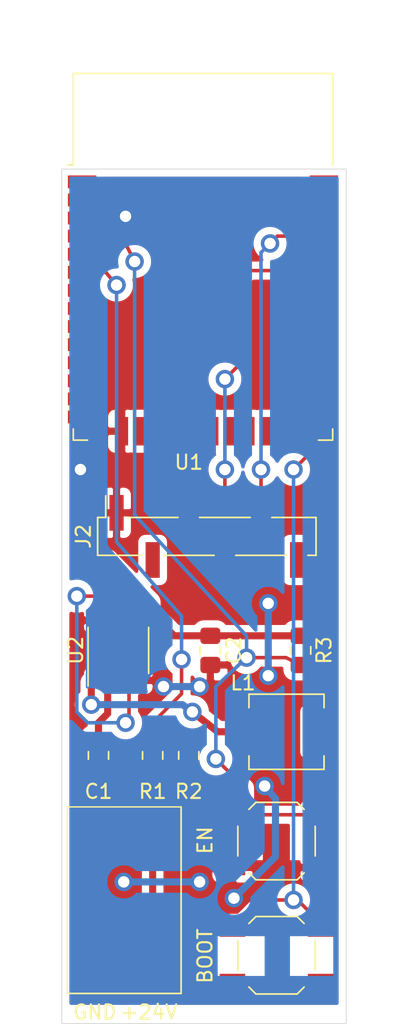
<source format=kicad_pcb>
(kicad_pcb (version 20171130) (host pcbnew "(5.1.2-1)-1")

  (general
    (thickness 1.6)
    (drawings 6)
    (tracks 118)
    (zones 0)
    (modules 12)
    (nets 46)
  )

  (page A4)
  (layers
    (0 F.Cu signal)
    (31 B.Cu signal)
    (32 B.Adhes user)
    (33 F.Adhes user)
    (34 B.Paste user)
    (35 F.Paste user)
    (36 B.SilkS user)
    (37 F.SilkS user)
    (38 B.Mask user)
    (39 F.Mask user)
    (40 Dwgs.User user)
    (41 Cmts.User user)
    (42 Eco1.User user)
    (43 Eco2.User user)
    (44 Edge.Cuts user)
    (45 Margin user)
    (46 B.CrtYd user)
    (47 F.CrtYd user)
    (48 B.Fab user)
    (49 F.Fab user)
  )

  (setup
    (last_trace_width 0.5)
    (user_trace_width 0.25)
    (user_trace_width 0.5)
    (trace_clearance 0.2)
    (zone_clearance 0.508)
    (zone_45_only no)
    (trace_min 0.2)
    (via_size 0.8)
    (via_drill 0.4)
    (via_min_size 0.4)
    (via_min_drill 0.3)
    (user_via 1.3 0.8)
    (uvia_size 0.3)
    (uvia_drill 0.1)
    (uvias_allowed no)
    (uvia_min_size 0.2)
    (uvia_min_drill 0.1)
    (edge_width 0.05)
    (segment_width 0.2)
    (pcb_text_width 0.3)
    (pcb_text_size 1.5 1.5)
    (mod_edge_width 0.12)
    (mod_text_size 1 1)
    (mod_text_width 0.15)
    (pad_size 6 2)
    (pad_drill 0)
    (pad_to_mask_clearance 0.051)
    (solder_mask_min_width 0.25)
    (aux_axis_origin 154.9 77)
    (visible_elements FFFFFF7F)
    (pcbplotparams
      (layerselection 0x010f0_ffffffff)
      (usegerberextensions false)
      (usegerberattributes false)
      (usegerberadvancedattributes false)
      (creategerberjobfile false)
      (excludeedgelayer true)
      (linewidth 0.100000)
      (plotframeref false)
      (viasonmask false)
      (mode 1)
      (useauxorigin true)
      (hpglpennumber 1)
      (hpglpenspeed 20)
      (hpglpendiameter 15.000000)
      (psnegative false)
      (psa4output false)
      (plotreference true)
      (plotvalue true)
      (plotinvisibletext false)
      (padsonsilk false)
      (subtractmaskfromsilk false)
      (outputformat 1)
      (mirror false)
      (drillshape 0)
      (scaleselection 1)
      (outputdirectory ""))
  )

  (net 0 "")
  (net 1 +24V)
  (net 2 GND)
  (net 3 /Vout)
  (net 4 "Net-(L1-Pad1)")
  (net 5 "Net-(R1-Pad2)")
  (net 6 "Net-(R3-Pad2)")
  (net 7 "Net-(SW2-Pad2)")
  (net 8 "Net-(U1-Pad4)")
  (net 9 "Net-(U1-Pad5)")
  (net 10 "Net-(U1-Pad7)")
  (net 11 "Net-(U1-Pad8)")
  (net 12 "Net-(U1-Pad9)")
  (net 13 "Net-(U1-Pad10)")
  (net 14 "Net-(U1-Pad11)")
  (net 15 "Net-(U1-Pad12)")
  (net 16 "Net-(U1-Pad13)")
  (net 17 "Net-(U1-Pad14)")
  (net 18 "Net-(U1-Pad16)")
  (net 19 "Net-(U1-Pad17)")
  (net 20 "Net-(U1-Pad18)")
  (net 21 "Net-(U1-Pad19)")
  (net 22 "Net-(U1-Pad20)")
  (net 23 "Net-(U1-Pad21)")
  (net 24 "Net-(U1-Pad22)")
  (net 25 "Net-(U1-Pad23)")
  (net 26 "Net-(U1-Pad24)")
  (net 27 "Net-(U1-Pad26)")
  (net 28 "Net-(U1-Pad27)")
  (net 29 "Net-(U1-Pad28)")
  (net 30 "Net-(U1-Pad29)")
  (net 31 "Net-(U1-Pad30)")
  (net 32 "Net-(U1-Pad31)")
  (net 33 "Net-(U1-Pad32)")
  (net 34 "Net-(U1-Pad33)")
  (net 35 "Net-(U1-Pad36)")
  (net 36 "Net-(U1-Pad37)")
  (net 37 "Net-(U2-Pad10)")
  (net 38 "Net-(U2-Pad11)")
  (net 39 "Net-(U2-Pad12)")
  (net 40 "Net-(U2-Pad5)")
  (net 41 "Net-(J2-Pad5)")
  (net 42 "Net-(J2-Pad3)")
  (net 43 "Net-(J2-Pad6)")
  (net 44 "Net-(J2-Pad4)")
  (net 45 "Net-(J2-Pad2)")

  (net_class Default "This is the default net class."
    (clearance 0.2)
    (trace_width 0.25)
    (via_dia 0.8)
    (via_drill 0.4)
    (uvia_dia 0.3)
    (uvia_drill 0.1)
    (add_net +24V)
    (add_net /Vout)
    (add_net GND)
    (add_net "Net-(J2-Pad2)")
    (add_net "Net-(J2-Pad3)")
    (add_net "Net-(J2-Pad4)")
    (add_net "Net-(J2-Pad5)")
    (add_net "Net-(J2-Pad6)")
    (add_net "Net-(L1-Pad1)")
    (add_net "Net-(R1-Pad2)")
    (add_net "Net-(R3-Pad2)")
    (add_net "Net-(SW2-Pad2)")
    (add_net "Net-(U1-Pad10)")
    (add_net "Net-(U1-Pad11)")
    (add_net "Net-(U1-Pad12)")
    (add_net "Net-(U1-Pad13)")
    (add_net "Net-(U1-Pad14)")
    (add_net "Net-(U1-Pad16)")
    (add_net "Net-(U1-Pad17)")
    (add_net "Net-(U1-Pad18)")
    (add_net "Net-(U1-Pad19)")
    (add_net "Net-(U1-Pad20)")
    (add_net "Net-(U1-Pad21)")
    (add_net "Net-(U1-Pad22)")
    (add_net "Net-(U1-Pad23)")
    (add_net "Net-(U1-Pad24)")
    (add_net "Net-(U1-Pad26)")
    (add_net "Net-(U1-Pad27)")
    (add_net "Net-(U1-Pad28)")
    (add_net "Net-(U1-Pad29)")
    (add_net "Net-(U1-Pad30)")
    (add_net "Net-(U1-Pad31)")
    (add_net "Net-(U1-Pad32)")
    (add_net "Net-(U1-Pad33)")
    (add_net "Net-(U1-Pad36)")
    (add_net "Net-(U1-Pad37)")
    (add_net "Net-(U1-Pad4)")
    (add_net "Net-(U1-Pad5)")
    (add_net "Net-(U1-Pad7)")
    (add_net "Net-(U1-Pad8)")
    (add_net "Net-(U1-Pad9)")
    (add_net "Net-(U2-Pad10)")
    (add_net "Net-(U2-Pad11)")
    (add_net "Net-(U2-Pad12)")
    (add_net "Net-(U2-Pad5)")
  )

  (module kicad-library-liyanage:WAGO_2060-451_998-404 (layer F.Cu) (tedit 5CF35BF9) (tstamp 5CF1757F)
    (at 156.29 75.39 90)
    (path /5CF2425D)
    (attr smd)
    (fp_text reference J1 (at 1.095 7.794 90) (layer F.SilkS) hide
      (effects (font (size 1 1) (thickness 0.15)))
    )
    (fp_text value WAGO_2060-451_998-404 (at 9.3 8.08 90) (layer F.Fab) hide
      (effects (font (size 1 1) (thickness 0.15)))
    )
    (fp_line (start 0.5 -1) (end 13.6 -1) (layer F.SilkS) (width 0.1))
    (fp_line (start 13.6 -1) (end 13.6 7) (layer F.SilkS) (width 0.1))
    (fp_line (start 0.5 7) (end 13.6 7) (layer F.SilkS) (width 0.12))
    (fp_line (start 0.5 -1) (end 0.5 7) (layer F.SilkS) (width 0.12))
    (pad 1 smd rect (at 3 1 90) (size 6 2) (layers F.Cu F.Paste F.Mask)
      (net 2 GND))
    (pad 1 smd rect (at 12.25 1 90) (size 3.5 2) (layers F.Cu F.Paste F.Mask)
      (net 2 GND))
    (pad 2 smd rect (at 3 5 90) (size 6 2) (layers F.Cu F.Paste F.Mask)
      (net 1 +24V))
    (pad 2 smd rect (at 12.25 5 90) (size 3.5 2) (layers F.Cu F.Paste F.Mask)
      (net 1 +24V))
  )

  (module Connector_PinHeader_2.54mm:PinHeader_1x06_P2.54mm_Vertical_SMD_Pin1Right (layer F.Cu) (tedit 59FED5CC) (tstamp 5CF008DA)
    (at 165.1 42.795 90)
    (descr "surface-mounted straight pin header, 1x06, 2.54mm pitch, single row, style 2 (pin 1 right)")
    (tags "Surface mounted pin header SMD 1x06 2.54mm single row style2 pin1 right")
    (path /5CEF7E9B)
    (attr smd)
    (fp_text reference J2 (at 0 -8.68 90) (layer F.SilkS)
      (effects (font (size 1 1) (thickness 0.15)))
    )
    (fp_text value Conn_01x06 (at 0 8.68 90) (layer F.Fab) hide
      (effects (font (size 1 1) (thickness 0.15)))
    )
    (fp_text user %R (at 0 0) (layer F.Fab)
      (effects (font (size 1 1) (thickness 0.15)))
    )
    (fp_line (start 3.45 -8.15) (end -3.45 -8.15) (layer F.CrtYd) (width 0.05))
    (fp_line (start 3.45 8.15) (end 3.45 -8.15) (layer F.CrtYd) (width 0.05))
    (fp_line (start -3.45 8.15) (end 3.45 8.15) (layer F.CrtYd) (width 0.05))
    (fp_line (start -3.45 -8.15) (end -3.45 8.15) (layer F.CrtYd) (width 0.05))
    (fp_line (start -1.33 2.03) (end -1.33 5.59) (layer F.SilkS) (width 0.12))
    (fp_line (start -1.33 -3.05) (end -1.33 0.51) (layer F.SilkS) (width 0.12))
    (fp_line (start -1.33 7.11) (end -1.33 7.68) (layer F.SilkS) (width 0.12))
    (fp_line (start 1.33 -7.68) (end 1.33 -7.11) (layer F.SilkS) (width 0.12))
    (fp_line (start 1.33 -7.11) (end 2.85 -7.11) (layer F.SilkS) (width 0.12))
    (fp_line (start -1.33 -7.68) (end -1.33 -4.57) (layer F.SilkS) (width 0.12))
    (fp_line (start 1.33 4.57) (end 1.33 7.68) (layer F.SilkS) (width 0.12))
    (fp_line (start 1.33 -0.51) (end 1.33 3.05) (layer F.SilkS) (width 0.12))
    (fp_line (start 1.33 -5.59) (end 1.33 -2.03) (layer F.SilkS) (width 0.12))
    (fp_line (start -1.33 7.68) (end 1.33 7.68) (layer F.SilkS) (width 0.12))
    (fp_line (start -1.33 -7.68) (end 1.33 -7.68) (layer F.SilkS) (width 0.12))
    (fp_line (start 2.54 4.13) (end 1.27 4.13) (layer F.Fab) (width 0.1))
    (fp_line (start 2.54 3.49) (end 2.54 4.13) (layer F.Fab) (width 0.1))
    (fp_line (start 1.27 3.49) (end 2.54 3.49) (layer F.Fab) (width 0.1))
    (fp_line (start 2.54 -0.95) (end 1.27 -0.95) (layer F.Fab) (width 0.1))
    (fp_line (start 2.54 -1.59) (end 2.54 -0.95) (layer F.Fab) (width 0.1))
    (fp_line (start 1.27 -1.59) (end 2.54 -1.59) (layer F.Fab) (width 0.1))
    (fp_line (start 2.54 -6.03) (end 1.27 -6.03) (layer F.Fab) (width 0.1))
    (fp_line (start 2.54 -6.67) (end 2.54 -6.03) (layer F.Fab) (width 0.1))
    (fp_line (start 1.27 -6.67) (end 2.54 -6.67) (layer F.Fab) (width 0.1))
    (fp_line (start -2.54 6.67) (end -1.27 6.67) (layer F.Fab) (width 0.1))
    (fp_line (start -2.54 6.03) (end -2.54 6.67) (layer F.Fab) (width 0.1))
    (fp_line (start -1.27 6.03) (end -2.54 6.03) (layer F.Fab) (width 0.1))
    (fp_line (start -2.54 1.59) (end -1.27 1.59) (layer F.Fab) (width 0.1))
    (fp_line (start -2.54 0.95) (end -2.54 1.59) (layer F.Fab) (width 0.1))
    (fp_line (start -1.27 0.95) (end -2.54 0.95) (layer F.Fab) (width 0.1))
    (fp_line (start -2.54 -3.49) (end -1.27 -3.49) (layer F.Fab) (width 0.1))
    (fp_line (start -2.54 -4.13) (end -2.54 -3.49) (layer F.Fab) (width 0.1))
    (fp_line (start -1.27 -4.13) (end -2.54 -4.13) (layer F.Fab) (width 0.1))
    (fp_line (start -1.27 -7.62) (end -1.27 7.62) (layer F.Fab) (width 0.1))
    (fp_line (start 1.27 -6.67) (end 0.32 -7.62) (layer F.Fab) (width 0.1))
    (fp_line (start 1.27 7.62) (end 1.27 -6.67) (layer F.Fab) (width 0.1))
    (fp_line (start -1.27 -7.62) (end 0.32 -7.62) (layer F.Fab) (width 0.1))
    (fp_line (start 1.27 7.62) (end -1.27 7.62) (layer F.Fab) (width 0.1))
    (pad 5 smd rect (at 1.655 3.81 90) (size 2.51 1) (layers F.Cu F.Paste F.Mask)
      (net 41 "Net-(J2-Pad5)"))
    (pad 3 smd rect (at 1.655 -1.27 90) (size 2.51 1) (layers F.Cu F.Paste F.Mask)
      (net 42 "Net-(J2-Pad3)"))
    (pad 1 smd rect (at 1.655 -6.35 90) (size 2.51 1) (layers F.Cu F.Paste F.Mask)
      (net 2 GND))
    (pad 6 smd rect (at -1.655 6.35 90) (size 2.51 1) (layers F.Cu F.Paste F.Mask)
      (net 43 "Net-(J2-Pad6)"))
    (pad 4 smd rect (at -1.655 1.27 90) (size 2.51 1) (layers F.Cu F.Paste F.Mask)
      (net 44 "Net-(J2-Pad4)"))
    (pad 2 smd rect (at -1.655 -3.81 90) (size 2.51 1) (layers F.Cu F.Paste F.Mask)
      (net 45 "Net-(J2-Pad2)"))
    (model ${KISYS3DMOD}/Connector_PinHeader_2.54mm.3dshapes/PinHeader_1x06_P2.54mm_Vertical_SMD_Pin1Right.wrl
      (at (xyz 0 0 0))
      (scale (xyz 1 1 1))
      (rotate (xyz 0 0 0))
    )
  )

  (module Capacitor_SMD:C_0805_2012Metric_Pad1.15x1.40mm_HandSolder (layer F.Cu) (tedit 5B36C52B) (tstamp 5CF00862)
    (at 157.48 58.175 270)
    (descr "Capacitor SMD 0805 (2012 Metric), square (rectangular) end terminal, IPC_7351 nominal with elongated pad for handsoldering. (Body size source: https://docs.google.com/spreadsheets/d/1BsfQQcO9C6DZCsRaXUlFlo91Tg2WpOkGARC1WS5S8t0/edit?usp=sharing), generated with kicad-footprint-generator")
    (tags "capacitor handsolder")
    (path /5CEEB1D8)
    (attr smd)
    (fp_text reference C1 (at 2.531 0 180) (layer F.SilkS)
      (effects (font (size 1 1) (thickness 0.15)))
    )
    (fp_text value 4.7uF (at 0 1.65 90) (layer F.Fab) hide
      (effects (font (size 1 1) (thickness 0.15)))
    )
    (fp_line (start -1 0.6) (end -1 -0.6) (layer F.Fab) (width 0.1))
    (fp_line (start -1 -0.6) (end 1 -0.6) (layer F.Fab) (width 0.1))
    (fp_line (start 1 -0.6) (end 1 0.6) (layer F.Fab) (width 0.1))
    (fp_line (start 1 0.6) (end -1 0.6) (layer F.Fab) (width 0.1))
    (fp_line (start -0.261252 -0.71) (end 0.261252 -0.71) (layer F.SilkS) (width 0.12))
    (fp_line (start -0.261252 0.71) (end 0.261252 0.71) (layer F.SilkS) (width 0.12))
    (fp_line (start -1.85 0.95) (end -1.85 -0.95) (layer F.CrtYd) (width 0.05))
    (fp_line (start -1.85 -0.95) (end 1.85 -0.95) (layer F.CrtYd) (width 0.05))
    (fp_line (start 1.85 -0.95) (end 1.85 0.95) (layer F.CrtYd) (width 0.05))
    (fp_line (start 1.85 0.95) (end -1.85 0.95) (layer F.CrtYd) (width 0.05))
    (fp_text user %R (at 0 0 90) (layer F.Fab)
      (effects (font (size 0.5 0.5) (thickness 0.08)))
    )
    (pad 1 smd roundrect (at -1.025 0 270) (size 1.15 1.4) (layers F.Cu F.Paste F.Mask) (roundrect_rratio 0.217391)
      (net 1 +24V))
    (pad 2 smd roundrect (at 1.025 0 270) (size 1.15 1.4) (layers F.Cu F.Paste F.Mask) (roundrect_rratio 0.217391)
      (net 2 GND))
    (model ${KISYS3DMOD}/Capacitor_SMD.3dshapes/C_0805_2012Metric.wrl
      (at (xyz 0 0 0))
      (scale (xyz 1 1 1))
      (rotate (xyz 0 0 0))
    )
  )

  (module Capacitor_SMD:C_0805_2012Metric_Pad1.15x1.40mm_HandSolder (layer F.Cu) (tedit 5B36C52B) (tstamp 5CF00873)
    (at 165.345 50.8 270)
    (descr "Capacitor SMD 0805 (2012 Metric), square (rectangular) end terminal, IPC_7351 nominal with elongated pad for handsoldering. (Body size source: https://docs.google.com/spreadsheets/d/1BsfQQcO9C6DZCsRaXUlFlo91Tg2WpOkGARC1WS5S8t0/edit?usp=sharing), generated with kicad-footprint-generator")
    (tags "capacitor handsolder")
    (path /5CEEBBE4)
    (attr smd)
    (fp_text reference C2 (at 0 -1.65 90) (layer F.SilkS)
      (effects (font (size 1 1) (thickness 0.15)))
    )
    (fp_text value 350uF (at 0 1.65 90) (layer F.Fab) hide
      (effects (font (size 1 1) (thickness 0.15)))
    )
    (fp_text user %R (at 0 0 90) (layer F.Fab)
      (effects (font (size 0.5 0.5) (thickness 0.08)))
    )
    (fp_line (start 1.85 0.95) (end -1.85 0.95) (layer F.CrtYd) (width 0.05))
    (fp_line (start 1.85 -0.95) (end 1.85 0.95) (layer F.CrtYd) (width 0.05))
    (fp_line (start -1.85 -0.95) (end 1.85 -0.95) (layer F.CrtYd) (width 0.05))
    (fp_line (start -1.85 0.95) (end -1.85 -0.95) (layer F.CrtYd) (width 0.05))
    (fp_line (start -0.261252 0.71) (end 0.261252 0.71) (layer F.SilkS) (width 0.12))
    (fp_line (start -0.261252 -0.71) (end 0.261252 -0.71) (layer F.SilkS) (width 0.12))
    (fp_line (start 1 0.6) (end -1 0.6) (layer F.Fab) (width 0.1))
    (fp_line (start 1 -0.6) (end 1 0.6) (layer F.Fab) (width 0.1))
    (fp_line (start -1 -0.6) (end 1 -0.6) (layer F.Fab) (width 0.1))
    (fp_line (start -1 0.6) (end -1 -0.6) (layer F.Fab) (width 0.1))
    (pad 2 smd roundrect (at 1.025 0 270) (size 1.15 1.4) (layers F.Cu F.Paste F.Mask) (roundrect_rratio 0.217391)
      (net 2 GND))
    (pad 1 smd roundrect (at -1.025 0 270) (size 1.15 1.4) (layers F.Cu F.Paste F.Mask) (roundrect_rratio 0.217391)
      (net 3 /Vout))
    (model ${KISYS3DMOD}/Capacitor_SMD.3dshapes/C_0805_2012Metric.wrl
      (at (xyz 0 0 0))
      (scale (xyz 1 1 1))
      (rotate (xyz 0 0 0))
    )
  )

  (module Inductor_SMD:L_Vishay_IHLP-2020 (layer F.Cu) (tedit 5990349D) (tstamp 5CF008EF)
    (at 170.7015 56.515)
    (descr "Inductor, Vishay, IHLP series, 5.1mmx5.1mm")
    (tags "inductor vishay ihlp smd")
    (path /5CEE703E)
    (attr smd)
    (fp_text reference L1 (at -3.0615 -3.429) (layer F.SilkS)
      (effects (font (size 1 1) (thickness 0.15)))
    )
    (fp_text value 10uH (at 0 4.04) (layer F.Fab) hide
      (effects (font (size 1 1) (thickness 0.15)))
    )
    (fp_text user %R (at 0 0) (layer F.Fab) hide
      (effects (font (size 1 1) (thickness 0.15)))
    )
    (fp_line (start -2.54 -2.54) (end -2.54 2.54) (layer F.Fab) (width 0.1))
    (fp_line (start -2.54 2.54) (end 2.54 2.54) (layer F.Fab) (width 0.1))
    (fp_line (start 2.54 2.54) (end 2.54 -2.54) (layer F.Fab) (width 0.1))
    (fp_line (start 2.54 -2.54) (end -2.54 -2.54) (layer F.Fab) (width 0.1))
    (fp_line (start -2.64 -1.695) (end -2.64 -2.64) (layer F.SilkS) (width 0.12))
    (fp_line (start -2.64 -2.64) (end 2.64 -2.64) (layer F.SilkS) (width 0.12))
    (fp_line (start 2.64 -2.64) (end 2.64 -1.695) (layer F.SilkS) (width 0.12))
    (fp_line (start -2.64 1.695) (end -2.64 2.64) (layer F.SilkS) (width 0.12))
    (fp_line (start -2.64 2.64) (end 2.64 2.64) (layer F.SilkS) (width 0.12))
    (fp_line (start 2.64 2.64) (end 2.64 1.695) (layer F.SilkS) (width 0.12))
    (fp_line (start -3.65 -2.8) (end -3.65 2.8) (layer F.CrtYd) (width 0.05))
    (fp_line (start -3.65 2.8) (end 3.65 2.8) (layer F.CrtYd) (width 0.05))
    (fp_line (start 3.65 2.8) (end 3.65 -2.8) (layer F.CrtYd) (width 0.05))
    (fp_line (start 3.65 -2.8) (end -3.65 -2.8) (layer F.CrtYd) (width 0.05))
    (pad 1 smd rect (at -2.4265 0) (size 1.903 2.79) (layers F.Cu F.Paste F.Mask)
      (net 4 "Net-(L1-Pad1)"))
    (pad 2 smd rect (at 2.4265 0) (size 1.903 2.79) (layers F.Cu F.Paste F.Mask)
      (net 3 /Vout))
    (model ${KISYS3DMOD}/Inductor_SMD.3dshapes/L_Vishay_IHLP-2020.wrl
      (at (xyz 0 0 0))
      (scale (xyz 1 1 1))
      (rotate (xyz 0 0 0))
    )
  )

  (module Resistor_SMD:R_0805_2012Metric_Pad1.15x1.40mm_HandSolder (layer F.Cu) (tedit 5B36C52B) (tstamp 5CF00900)
    (at 161.29 58.175 90)
    (descr "Resistor SMD 0805 (2012 Metric), square (rectangular) end terminal, IPC_7351 nominal with elongated pad for handsoldering. (Body size source: https://docs.google.com/spreadsheets/d/1BsfQQcO9C6DZCsRaXUlFlo91Tg2WpOkGARC1WS5S8t0/edit?usp=sharing), generated with kicad-footprint-generator")
    (tags "resistor handsolder")
    (path /5CEEC6DE)
    (attr smd)
    (fp_text reference R1 (at -2.531 0 180) (layer F.SilkS)
      (effects (font (size 1 1) (thickness 0.15)))
    )
    (fp_text value 1M (at 0 1.65 90) (layer F.Fab) hide
      (effects (font (size 1 1) (thickness 0.15)))
    )
    (fp_line (start -1 0.6) (end -1 -0.6) (layer F.Fab) (width 0.1))
    (fp_line (start -1 -0.6) (end 1 -0.6) (layer F.Fab) (width 0.1))
    (fp_line (start 1 -0.6) (end 1 0.6) (layer F.Fab) (width 0.1))
    (fp_line (start 1 0.6) (end -1 0.6) (layer F.Fab) (width 0.1))
    (fp_line (start -0.261252 -0.71) (end 0.261252 -0.71) (layer F.SilkS) (width 0.12))
    (fp_line (start -0.261252 0.71) (end 0.261252 0.71) (layer F.SilkS) (width 0.12))
    (fp_line (start -1.85 0.95) (end -1.85 -0.95) (layer F.CrtYd) (width 0.05))
    (fp_line (start -1.85 -0.95) (end 1.85 -0.95) (layer F.CrtYd) (width 0.05))
    (fp_line (start 1.85 -0.95) (end 1.85 0.95) (layer F.CrtYd) (width 0.05))
    (fp_line (start 1.85 0.95) (end -1.85 0.95) (layer F.CrtYd) (width 0.05))
    (fp_text user %R (at 0 0 90) (layer F.Fab)
      (effects (font (size 0.5 0.5) (thickness 0.08)))
    )
    (pad 1 smd roundrect (at -1.025 0 90) (size 1.15 1.4) (layers F.Cu F.Paste F.Mask) (roundrect_rratio 0.217391)
      (net 1 +24V))
    (pad 2 smd roundrect (at 1.025 0 90) (size 1.15 1.4) (layers F.Cu F.Paste F.Mask) (roundrect_rratio 0.217391)
      (net 5 "Net-(R1-Pad2)"))
    (model ${KISYS3DMOD}/Resistor_SMD.3dshapes/R_0805_2012Metric.wrl
      (at (xyz 0 0 0))
      (scale (xyz 1 1 1))
      (rotate (xyz 0 0 0))
    )
  )

  (module Resistor_SMD:R_0805_2012Metric_Pad1.15x1.40mm_HandSolder (layer F.Cu) (tedit 5B36C52B) (tstamp 5CF00911)
    (at 163.83 58.175 270)
    (descr "Resistor SMD 0805 (2012 Metric), square (rectangular) end terminal, IPC_7351 nominal with elongated pad for handsoldering. (Body size source: https://docs.google.com/spreadsheets/d/1BsfQQcO9C6DZCsRaXUlFlo91Tg2WpOkGARC1WS5S8t0/edit?usp=sharing), generated with kicad-footprint-generator")
    (tags "resistor handsolder")
    (path /5CEECDE1)
    (attr smd)
    (fp_text reference R2 (at 2.531 0 180) (layer F.SilkS)
      (effects (font (size 1 1) (thickness 0.15)))
    )
    (fp_text value 100k (at 0 1.65 90) (layer F.Fab) hide
      (effects (font (size 1 1) (thickness 0.15)))
    )
    (fp_line (start -1 0.6) (end -1 -0.6) (layer F.Fab) (width 0.1))
    (fp_line (start -1 -0.6) (end 1 -0.6) (layer F.Fab) (width 0.1))
    (fp_line (start 1 -0.6) (end 1 0.6) (layer F.Fab) (width 0.1))
    (fp_line (start 1 0.6) (end -1 0.6) (layer F.Fab) (width 0.1))
    (fp_line (start -0.261252 -0.71) (end 0.261252 -0.71) (layer F.SilkS) (width 0.12))
    (fp_line (start -0.261252 0.71) (end 0.261252 0.71) (layer F.SilkS) (width 0.12))
    (fp_line (start -1.85 0.95) (end -1.85 -0.95) (layer F.CrtYd) (width 0.05))
    (fp_line (start -1.85 -0.95) (end 1.85 -0.95) (layer F.CrtYd) (width 0.05))
    (fp_line (start 1.85 -0.95) (end 1.85 0.95) (layer F.CrtYd) (width 0.05))
    (fp_line (start 1.85 0.95) (end -1.85 0.95) (layer F.CrtYd) (width 0.05))
    (fp_text user %R (at 0 0 90) (layer F.Fab)
      (effects (font (size 0.5 0.5) (thickness 0.08)))
    )
    (pad 1 smd roundrect (at -1.025 0 270) (size 1.15 1.4) (layers F.Cu F.Paste F.Mask) (roundrect_rratio 0.217391)
      (net 5 "Net-(R1-Pad2)"))
    (pad 2 smd roundrect (at 1.025 0 270) (size 1.15 1.4) (layers F.Cu F.Paste F.Mask) (roundrect_rratio 0.217391)
      (net 2 GND))
    (model ${KISYS3DMOD}/Resistor_SMD.3dshapes/R_0805_2012Metric.wrl
      (at (xyz 0 0 0))
      (scale (xyz 1 1 1))
      (rotate (xyz 0 0 0))
    )
  )

  (module Resistor_SMD:R_0805_2012Metric_Pad1.15x1.40mm_HandSolder (layer F.Cu) (tedit 5B36C52B) (tstamp 5CF00922)
    (at 171.695 50.8 270)
    (descr "Resistor SMD 0805 (2012 Metric), square (rectangular) end terminal, IPC_7351 nominal with elongated pad for handsoldering. (Body size source: https://docs.google.com/spreadsheets/d/1BsfQQcO9C6DZCsRaXUlFlo91Tg2WpOkGARC1WS5S8t0/edit?usp=sharing), generated with kicad-footprint-generator")
    (tags "resistor handsolder")
    (path /5CF04B03)
    (attr smd)
    (fp_text reference R3 (at 0 -1.65 90) (layer F.SilkS)
      (effects (font (size 1 1) (thickness 0.15)))
    )
    (fp_text value 10k (at 0 1.65 90) (layer F.Fab) hide
      (effects (font (size 1 1) (thickness 0.15)))
    )
    (fp_text user %R (at 0 0 90) (layer F.Fab)
      (effects (font (size 0.5 0.5) (thickness 0.08)))
    )
    (fp_line (start 1.85 0.95) (end -1.85 0.95) (layer F.CrtYd) (width 0.05))
    (fp_line (start 1.85 -0.95) (end 1.85 0.95) (layer F.CrtYd) (width 0.05))
    (fp_line (start -1.85 -0.95) (end 1.85 -0.95) (layer F.CrtYd) (width 0.05))
    (fp_line (start -1.85 0.95) (end -1.85 -0.95) (layer F.CrtYd) (width 0.05))
    (fp_line (start -0.261252 0.71) (end 0.261252 0.71) (layer F.SilkS) (width 0.12))
    (fp_line (start -0.261252 -0.71) (end 0.261252 -0.71) (layer F.SilkS) (width 0.12))
    (fp_line (start 1 0.6) (end -1 0.6) (layer F.Fab) (width 0.1))
    (fp_line (start 1 -0.6) (end 1 0.6) (layer F.Fab) (width 0.1))
    (fp_line (start -1 -0.6) (end 1 -0.6) (layer F.Fab) (width 0.1))
    (fp_line (start -1 0.6) (end -1 -0.6) (layer F.Fab) (width 0.1))
    (pad 2 smd roundrect (at 1.025 0 270) (size 1.15 1.4) (layers F.Cu F.Paste F.Mask) (roundrect_rratio 0.217391)
      (net 6 "Net-(R3-Pad2)"))
    (pad 1 smd roundrect (at -1.025 0 270) (size 1.15 1.4) (layers F.Cu F.Paste F.Mask) (roundrect_rratio 0.217391)
      (net 3 /Vout))
    (model ${KISYS3DMOD}/Resistor_SMD.3dshapes/R_0805_2012Metric.wrl
      (at (xyz 0 0 0))
      (scale (xyz 1 1 1))
      (rotate (xyz 0 0 0))
    )
  )

  (module Button_Switch_SMD:SW_SPST_SKQG_WithStem (layer F.Cu) (tedit 5ABAB6AF) (tstamp 5CF179DA)
    (at 170 64.19 180)
    (descr "ALPS 5.2mm Square Low-profile Type (Surface Mount) SKQG Series, With stem, http://www.alps.com/prod/info/E/HTML/Tact/SurfaceMount/SKQG/SKQGAFE010.html")
    (tags "SPST Button Switch")
    (path /5CF01043)
    (attr smd)
    (fp_text reference SW1 (at 0 -3.6) (layer F.SilkS) hide
      (effects (font (size 1 1) (thickness 0.15)))
    )
    (fp_text value EN (at 5.027 0.055 90) (layer F.SilkS)
      (effects (font (size 1 1) (thickness 0.15)))
    )
    (fp_line (start 1.4 -2.6) (end 2.6 -1.4) (layer F.Fab) (width 0.1))
    (fp_line (start 2.6 -1.4) (end 2.6 1.4) (layer F.Fab) (width 0.1))
    (fp_line (start 2.6 1.4) (end 1.4 2.6) (layer F.Fab) (width 0.1))
    (fp_line (start 1.4 2.6) (end -1.4 2.6) (layer F.Fab) (width 0.1))
    (fp_line (start -1.4 2.6) (end -2.6 1.4) (layer F.Fab) (width 0.1))
    (fp_line (start -2.6 1.4) (end -2.6 -1.4) (layer F.Fab) (width 0.1))
    (fp_line (start -2.6 -1.4) (end -1.4 -2.6) (layer F.Fab) (width 0.1))
    (fp_line (start -1.4 -2.6) (end 1.4 -2.6) (layer F.Fab) (width 0.1))
    (fp_line (start -4.25 -2.85) (end -4.25 2.85) (layer F.CrtYd) (width 0.05))
    (fp_line (start 4.25 -2.85) (end -4.25 -2.85) (layer F.CrtYd) (width 0.05))
    (fp_line (start 4.25 2.85) (end 4.25 -2.85) (layer F.CrtYd) (width 0.05))
    (fp_line (start -4.25 2.85) (end 4.25 2.85) (layer F.CrtYd) (width 0.05))
    (fp_line (start -0.95 -1.865) (end 0.95 -1.865) (layer F.Fab) (width 0.1))
    (fp_line (start -1.865 0.95) (end -1.865 -0.95) (layer F.Fab) (width 0.1))
    (fp_line (start 0.95 1.865) (end -0.95 1.865) (layer F.Fab) (width 0.1))
    (fp_line (start 1.865 -0.95) (end 1.865 0.95) (layer F.Fab) (width 0.1))
    (fp_line (start -2.72 1.04) (end -2.72 -1.04) (layer F.SilkS) (width 0.12))
    (fp_line (start 1.45 -2.72) (end 1.94 -2.23) (layer F.SilkS) (width 0.12))
    (fp_circle (center 0 0) (end 1 0) (layer F.Fab) (width 0.1))
    (fp_line (start 2.72 1.04) (end 2.72 -1.04) (layer F.SilkS) (width 0.12))
    (fp_line (start -1.45 -2.72) (end -1.94 -2.23) (layer F.SilkS) (width 0.12))
    (fp_line (start -1.45 -2.72) (end 1.45 -2.72) (layer F.SilkS) (width 0.12))
    (fp_text user %R (at 0 0) (layer F.Fab)
      (effects (font (size 0.4 0.4) (thickness 0.06)))
    )
    (fp_line (start -1.45 2.72) (end -1.94 2.23) (layer F.SilkS) (width 0.12))
    (fp_line (start -1.45 2.72) (end 1.45 2.72) (layer F.SilkS) (width 0.12))
    (fp_line (start 1.45 2.72) (end 1.94 2.23) (layer F.SilkS) (width 0.12))
    (fp_line (start 0.95 1.865) (end 1.865 0.95) (layer F.Fab) (width 0.1))
    (fp_line (start -0.95 1.865) (end -1.865 0.95) (layer F.Fab) (width 0.1))
    (fp_line (start -0.95 -1.865) (end -1.865 -0.95) (layer F.Fab) (width 0.1))
    (fp_line (start 0.95 -1.865) (end 1.865 -0.95) (layer F.Fab) (width 0.1))
    (fp_line (start 4 -1.3) (end 4 1.3) (layer Dwgs.User) (width 0.05))
    (fp_line (start 4 1.3) (end 1 1.3) (layer Dwgs.User) (width 0.05))
    (fp_line (start 1 1.3) (end 1 -1.3) (layer Dwgs.User) (width 0.05))
    (fp_line (start 1 -1.3) (end 4 -1.3) (layer Dwgs.User) (width 0.05))
    (fp_line (start 1 -0.3) (end 2 -1.3) (layer Dwgs.User) (width 0.05))
    (fp_line (start 1 0.7) (end 3 -1.3) (layer Dwgs.User) (width 0.05))
    (fp_line (start 4 -1.3) (end 1.4 1.3) (layer Dwgs.User) (width 0.05))
    (fp_line (start 2.4 1.3) (end 4 -0.3) (layer Dwgs.User) (width 0.05))
    (fp_line (start 4 0.7) (end 3.4 1.3) (layer Dwgs.User) (width 0.05))
    (fp_line (start -1 0.7) (end -1.6 1.3) (layer Dwgs.User) (width 0.05))
    (fp_line (start -4 1.3) (end -4 -1.3) (layer Dwgs.User) (width 0.05))
    (fp_line (start -4 0.7) (end -2 -1.3) (layer Dwgs.User) (width 0.05))
    (fp_line (start -1 1.3) (end -4 1.3) (layer Dwgs.User) (width 0.05))
    (fp_line (start -4 -1.3) (end -1 -1.3) (layer Dwgs.User) (width 0.05))
    (fp_line (start -1 -1.3) (end -3.6 1.3) (layer Dwgs.User) (width 0.05))
    (fp_line (start -2.6 1.3) (end -1 -0.3) (layer Dwgs.User) (width 0.05))
    (fp_line (start -4 -0.3) (end -3 -1.3) (layer Dwgs.User) (width 0.05))
    (fp_line (start -1 -1.3) (end -1 1.3) (layer Dwgs.User) (width 0.05))
    (fp_text user "No F.Cu tracks" (at 2.5 0.2) (layer Cmts.User)
      (effects (font (size 0.2 0.2) (thickness 0.03)))
    )
    (fp_text user "KEEP-OUT ZONE" (at 2.5 -0.2) (layer Cmts.User)
      (effects (font (size 0.2 0.2) (thickness 0.03)))
    )
    (fp_text user "KEEP-OUT ZONE" (at -2.5 -0.2) (layer Cmts.User)
      (effects (font (size 0.2 0.2) (thickness 0.03)))
    )
    (fp_text user "No F.Cu tracks" (at -2.5 0.2) (layer Cmts.User)
      (effects (font (size 0.2 0.2) (thickness 0.03)))
    )
    (pad 1 smd rect (at -3.1 -1.85 180) (size 1.8 1.1) (layers F.Cu F.Paste F.Mask)
      (net 2 GND))
    (pad 1 smd rect (at 3.1 -1.85 180) (size 1.8 1.1) (layers F.Cu F.Paste F.Mask)
      (net 2 GND))
    (pad 2 smd rect (at -3.1 1.85 180) (size 1.8 1.1) (layers F.Cu F.Paste F.Mask)
      (net 6 "Net-(R3-Pad2)"))
    (pad 2 smd rect (at 3.1 1.85 180) (size 1.8 1.1) (layers F.Cu F.Paste F.Mask)
      (net 6 "Net-(R3-Pad2)"))
    (model ${KISYS3DMOD}/Button_Switch_SMD.3dshapes/SW_SPST_SKQG_WithStem.wrl
      (at (xyz 0 0 0))
      (scale (xyz 1 1 1))
      (rotate (xyz 0 0 0))
    )
  )

  (module Button_Switch_SMD:SW_SPST_SKQG_WithStem (layer F.Cu) (tedit 5ABAB6AF) (tstamp 5CF1F06F)
    (at 170 72.208 180)
    (descr "ALPS 5.2mm Square Low-profile Type (Surface Mount) SKQG Series, With stem, http://www.alps.com/prod/info/E/HTML/Tact/SurfaceMount/SKQG/SKQGAFE010.html")
    (tags "SPST Button Switch")
    (path /5CF0BC3C)
    (attr smd)
    (fp_text reference SW2 (at 0 -3.6) (layer F.SilkS) hide
      (effects (font (size 1 1) (thickness 0.15)))
    )
    (fp_text value BOOT (at 5.027 -0.055 90) (layer F.SilkS)
      (effects (font (size 1 1) (thickness 0.15)))
    )
    (fp_text user "No F.Cu tracks" (at -2.5 0.2) (layer Cmts.User)
      (effects (font (size 0.2 0.2) (thickness 0.03)))
    )
    (fp_text user "KEEP-OUT ZONE" (at -2.5 -0.2) (layer Cmts.User)
      (effects (font (size 0.2 0.2) (thickness 0.03)))
    )
    (fp_text user "KEEP-OUT ZONE" (at 2.5 -0.2) (layer Cmts.User)
      (effects (font (size 0.2 0.2) (thickness 0.03)))
    )
    (fp_text user "No F.Cu tracks" (at 2.5 0.2) (layer Cmts.User)
      (effects (font (size 0.2 0.2) (thickness 0.03)))
    )
    (fp_line (start -1 -1.3) (end -1 1.3) (layer Dwgs.User) (width 0.05))
    (fp_line (start -4 -0.3) (end -3 -1.3) (layer Dwgs.User) (width 0.05))
    (fp_line (start -2.6 1.3) (end -1 -0.3) (layer Dwgs.User) (width 0.05))
    (fp_line (start -1 -1.3) (end -3.6 1.3) (layer Dwgs.User) (width 0.05))
    (fp_line (start -4 -1.3) (end -1 -1.3) (layer Dwgs.User) (width 0.05))
    (fp_line (start -1 1.3) (end -4 1.3) (layer Dwgs.User) (width 0.05))
    (fp_line (start -4 0.7) (end -2 -1.3) (layer Dwgs.User) (width 0.05))
    (fp_line (start -4 1.3) (end -4 -1.3) (layer Dwgs.User) (width 0.05))
    (fp_line (start -1 0.7) (end -1.6 1.3) (layer Dwgs.User) (width 0.05))
    (fp_line (start 4 0.7) (end 3.4 1.3) (layer Dwgs.User) (width 0.05))
    (fp_line (start 2.4 1.3) (end 4 -0.3) (layer Dwgs.User) (width 0.05))
    (fp_line (start 4 -1.3) (end 1.4 1.3) (layer Dwgs.User) (width 0.05))
    (fp_line (start 1 0.7) (end 3 -1.3) (layer Dwgs.User) (width 0.05))
    (fp_line (start 1 -0.3) (end 2 -1.3) (layer Dwgs.User) (width 0.05))
    (fp_line (start 1 -1.3) (end 4 -1.3) (layer Dwgs.User) (width 0.05))
    (fp_line (start 1 1.3) (end 1 -1.3) (layer Dwgs.User) (width 0.05))
    (fp_line (start 4 1.3) (end 1 1.3) (layer Dwgs.User) (width 0.05))
    (fp_line (start 4 -1.3) (end 4 1.3) (layer Dwgs.User) (width 0.05))
    (fp_line (start 0.95 -1.865) (end 1.865 -0.95) (layer F.Fab) (width 0.1))
    (fp_line (start -0.95 -1.865) (end -1.865 -0.95) (layer F.Fab) (width 0.1))
    (fp_line (start -0.95 1.865) (end -1.865 0.95) (layer F.Fab) (width 0.1))
    (fp_line (start 0.95 1.865) (end 1.865 0.95) (layer F.Fab) (width 0.1))
    (fp_line (start 1.45 2.72) (end 1.94 2.23) (layer F.SilkS) (width 0.12))
    (fp_line (start -1.45 2.72) (end 1.45 2.72) (layer F.SilkS) (width 0.12))
    (fp_line (start -1.45 2.72) (end -1.94 2.23) (layer F.SilkS) (width 0.12))
    (fp_text user %R (at 0 0) (layer F.Fab)
      (effects (font (size 0.4 0.4) (thickness 0.06)))
    )
    (fp_line (start -1.45 -2.72) (end 1.45 -2.72) (layer F.SilkS) (width 0.12))
    (fp_line (start -1.45 -2.72) (end -1.94 -2.23) (layer F.SilkS) (width 0.12))
    (fp_line (start 2.72 1.04) (end 2.72 -1.04) (layer F.SilkS) (width 0.12))
    (fp_circle (center 0 0) (end 1 0) (layer F.Fab) (width 0.1))
    (fp_line (start 1.45 -2.72) (end 1.94 -2.23) (layer F.SilkS) (width 0.12))
    (fp_line (start -2.72 1.04) (end -2.72 -1.04) (layer F.SilkS) (width 0.12))
    (fp_line (start 1.865 -0.95) (end 1.865 0.95) (layer F.Fab) (width 0.1))
    (fp_line (start 0.95 1.865) (end -0.95 1.865) (layer F.Fab) (width 0.1))
    (fp_line (start -1.865 0.95) (end -1.865 -0.95) (layer F.Fab) (width 0.1))
    (fp_line (start -0.95 -1.865) (end 0.95 -1.865) (layer F.Fab) (width 0.1))
    (fp_line (start -4.25 2.85) (end 4.25 2.85) (layer F.CrtYd) (width 0.05))
    (fp_line (start 4.25 2.85) (end 4.25 -2.85) (layer F.CrtYd) (width 0.05))
    (fp_line (start 4.25 -2.85) (end -4.25 -2.85) (layer F.CrtYd) (width 0.05))
    (fp_line (start -4.25 -2.85) (end -4.25 2.85) (layer F.CrtYd) (width 0.05))
    (fp_line (start -1.4 -2.6) (end 1.4 -2.6) (layer F.Fab) (width 0.1))
    (fp_line (start -2.6 -1.4) (end -1.4 -2.6) (layer F.Fab) (width 0.1))
    (fp_line (start -2.6 1.4) (end -2.6 -1.4) (layer F.Fab) (width 0.1))
    (fp_line (start -1.4 2.6) (end -2.6 1.4) (layer F.Fab) (width 0.1))
    (fp_line (start 1.4 2.6) (end -1.4 2.6) (layer F.Fab) (width 0.1))
    (fp_line (start 2.6 1.4) (end 1.4 2.6) (layer F.Fab) (width 0.1))
    (fp_line (start 2.6 -1.4) (end 2.6 1.4) (layer F.Fab) (width 0.1))
    (fp_line (start 1.4 -2.6) (end 2.6 -1.4) (layer F.Fab) (width 0.1))
    (pad 2 smd rect (at 3.1 1.85 180) (size 1.8 1.1) (layers F.Cu F.Paste F.Mask)
      (net 7 "Net-(SW2-Pad2)"))
    (pad 2 smd rect (at -3.1 1.85 180) (size 1.8 1.1) (layers F.Cu F.Paste F.Mask)
      (net 7 "Net-(SW2-Pad2)"))
    (pad 1 smd rect (at 3.1 -1.85 180) (size 1.8 1.1) (layers F.Cu F.Paste F.Mask)
      (net 2 GND))
    (pad 1 smd rect (at -3.1 -1.85 180) (size 1.8 1.1) (layers F.Cu F.Paste F.Mask)
      (net 2 GND))
    (model ${KISYS3DMOD}/Button_Switch_SMD.3dshapes/SW_SPST_SKQG_WithStem.wrl
      (at (xyz 0 0 0))
      (scale (xyz 1 1 1))
      (rotate (xyz 0 0 0))
    )
  )

  (module RF_Module:ESP32-WROOM-32 (layer F.Cu) (tedit 5B5B4654) (tstamp 5CF3234D)
    (at 164.83 26.155)
    (descr "Single 2.4 GHz Wi-Fi and Bluetooth combo chip https://www.espressif.com/sites/default/files/documentation/esp32-wroom-32_datasheet_en.pdf")
    (tags "Single 2.4 GHz Wi-Fi and Bluetooth combo  chip")
    (path /5CEE26FD)
    (attr smd)
    (fp_text reference U1 (at -1 11.437 180) (layer F.SilkS)
      (effects (font (size 1 1) (thickness 0.15)))
    )
    (fp_text value ESP32-WROOM-32 (at 11.7 11.945) (layer F.Fab) hide
      (effects (font (size 1 1) (thickness 0.15)))
    )
    (fp_text user %R (at 0 0) (layer F.Fab)
      (effects (font (size 1 1) (thickness 0.15)))
    )
    (fp_text user "KEEP-OUT ZONE" (at 0 -19) (layer Cmts.User)
      (effects (font (size 1 1) (thickness 0.15)))
    )
    (fp_text user Antenna (at 0 -13) (layer Cmts.User)
      (effects (font (size 1 1) (thickness 0.15)))
    )
    (fp_text user "5 mm" (at 11.8 -14.375) (layer Cmts.User)
      (effects (font (size 0.5 0.5) (thickness 0.1)))
    )
    (fp_text user "5 mm" (at -11.2 -14.375) (layer Cmts.User)
      (effects (font (size 0.5 0.5) (thickness 0.1)))
    )
    (fp_text user "5 mm" (at 7.8 -19.075 90) (layer Cmts.User)
      (effects (font (size 0.5 0.5) (thickness 0.1)))
    )
    (fp_line (start -14 -9.97) (end -14 -20.75) (layer Dwgs.User) (width 0.1))
    (fp_line (start 9 9.76) (end 9 -15.745) (layer F.Fab) (width 0.1))
    (fp_line (start -9 9.76) (end 9 9.76) (layer F.Fab) (width 0.1))
    (fp_line (start -9 -15.745) (end -9 -10.02) (layer F.Fab) (width 0.1))
    (fp_line (start -9 -15.745) (end 9 -15.745) (layer F.Fab) (width 0.1))
    (fp_line (start -9.75 10.5) (end -9.75 -9.72) (layer F.CrtYd) (width 0.05))
    (fp_line (start -9.75 10.5) (end 9.75 10.5) (layer F.CrtYd) (width 0.05))
    (fp_line (start 9.75 -9.72) (end 9.75 10.5) (layer F.CrtYd) (width 0.05))
    (fp_line (start -14.25 -21) (end 14.25 -21) (layer F.CrtYd) (width 0.05))
    (fp_line (start -9 -9.02) (end -9 9.76) (layer F.Fab) (width 0.1))
    (fp_line (start -8.5 -9.52) (end -9 -10.02) (layer F.Fab) (width 0.1))
    (fp_line (start -9 -9.02) (end -8.5 -9.52) (layer F.Fab) (width 0.1))
    (fp_line (start 14 -9.97) (end -14 -9.97) (layer Dwgs.User) (width 0.1))
    (fp_line (start 14 -9.97) (end 14 -20.75) (layer Dwgs.User) (width 0.1))
    (fp_line (start 14 -20.75) (end -14 -20.75) (layer Dwgs.User) (width 0.1))
    (fp_line (start -14.25 -21) (end -14.25 -9.72) (layer F.CrtYd) (width 0.05))
    (fp_line (start 14.25 -21) (end 14.25 -9.72) (layer F.CrtYd) (width 0.05))
    (fp_line (start -14.25 -9.72) (end -9.75 -9.72) (layer F.CrtYd) (width 0.05))
    (fp_line (start 9.75 -9.72) (end 14.25 -9.72) (layer F.CrtYd) (width 0.05))
    (fp_line (start -12.525 -20.75) (end -14 -19.66) (layer Dwgs.User) (width 0.1))
    (fp_line (start -10.525 -20.75) (end -14 -18.045) (layer Dwgs.User) (width 0.1))
    (fp_line (start -8.525 -20.75) (end -14 -16.43) (layer Dwgs.User) (width 0.1))
    (fp_line (start -6.525 -20.75) (end -14 -14.815) (layer Dwgs.User) (width 0.1))
    (fp_line (start -4.525 -20.75) (end -14 -13.2) (layer Dwgs.User) (width 0.1))
    (fp_line (start -2.525 -20.75) (end -14 -11.585) (layer Dwgs.User) (width 0.1))
    (fp_line (start -0.525 -20.75) (end -14 -9.97) (layer Dwgs.User) (width 0.1))
    (fp_line (start 1.475 -20.75) (end -12 -9.97) (layer Dwgs.User) (width 0.1))
    (fp_line (start 3.475 -20.75) (end -10 -9.97) (layer Dwgs.User) (width 0.1))
    (fp_line (start -8 -9.97) (end 5.475 -20.75) (layer Dwgs.User) (width 0.1))
    (fp_line (start 7.475 -20.75) (end -6 -9.97) (layer Dwgs.User) (width 0.1))
    (fp_line (start 9.475 -20.75) (end -4 -9.97) (layer Dwgs.User) (width 0.1))
    (fp_line (start 11.475 -20.75) (end -2 -9.97) (layer Dwgs.User) (width 0.1))
    (fp_line (start 13.475 -20.75) (end 0 -9.97) (layer Dwgs.User) (width 0.1))
    (fp_line (start 14 -19.66) (end 2 -9.97) (layer Dwgs.User) (width 0.1))
    (fp_line (start 14 -18.045) (end 4 -9.97) (layer Dwgs.User) (width 0.1))
    (fp_line (start 14 -16.43) (end 6 -9.97) (layer Dwgs.User) (width 0.1))
    (fp_line (start 14 -14.815) (end 8 -9.97) (layer Dwgs.User) (width 0.1))
    (fp_line (start 14 -13.2) (end 10 -9.97) (layer Dwgs.User) (width 0.1))
    (fp_line (start 14 -11.585) (end 12 -9.97) (layer Dwgs.User) (width 0.1))
    (fp_line (start 9.2 -13.875) (end 13.8 -13.875) (layer Cmts.User) (width 0.1))
    (fp_line (start 13.8 -13.875) (end 13.6 -14.075) (layer Cmts.User) (width 0.1))
    (fp_line (start 13.8 -13.875) (end 13.6 -13.675) (layer Cmts.User) (width 0.1))
    (fp_line (start 9.2 -13.875) (end 9.4 -14.075) (layer Cmts.User) (width 0.1))
    (fp_line (start 9.2 -13.875) (end 9.4 -13.675) (layer Cmts.User) (width 0.1))
    (fp_line (start -13.8 -13.875) (end -13.6 -14.075) (layer Cmts.User) (width 0.1))
    (fp_line (start -13.8 -13.875) (end -13.6 -13.675) (layer Cmts.User) (width 0.1))
    (fp_line (start -9.2 -13.875) (end -9.4 -13.675) (layer Cmts.User) (width 0.1))
    (fp_line (start -13.8 -13.875) (end -9.2 -13.875) (layer Cmts.User) (width 0.1))
    (fp_line (start -9.2 -13.875) (end -9.4 -14.075) (layer Cmts.User) (width 0.1))
    (fp_line (start 8.4 -16) (end 8.2 -16.2) (layer Cmts.User) (width 0.1))
    (fp_line (start 8.4 -16) (end 8.6 -16.2) (layer Cmts.User) (width 0.1))
    (fp_line (start 8.4 -20.6) (end 8.6 -20.4) (layer Cmts.User) (width 0.1))
    (fp_line (start 8.4 -16) (end 8.4 -20.6) (layer Cmts.User) (width 0.1))
    (fp_line (start 8.4 -20.6) (end 8.2 -20.4) (layer Cmts.User) (width 0.1))
    (fp_line (start -9.12 9.1) (end -9.12 9.88) (layer F.SilkS) (width 0.12))
    (fp_line (start -9.12 9.88) (end -8.12 9.88) (layer F.SilkS) (width 0.12))
    (fp_line (start 9.12 9.1) (end 9.12 9.88) (layer F.SilkS) (width 0.12))
    (fp_line (start 9.12 9.88) (end 8.12 9.88) (layer F.SilkS) (width 0.12))
    (fp_line (start -9.12 -15.865) (end 9.12 -15.865) (layer F.SilkS) (width 0.12))
    (fp_line (start 9.12 -15.865) (end 9.12 -9.445) (layer F.SilkS) (width 0.12))
    (fp_line (start -9.12 -15.865) (end -9.12 -9.445) (layer F.SilkS) (width 0.12))
    (fp_line (start -9.12 -9.445) (end -9.5 -9.445) (layer F.SilkS) (width 0.12))
    (pad 39 smd rect (at -1 -0.755) (size 5 5) (layers F.Cu F.Paste F.Mask))
    (pad 1 smd rect (at -8.5 -8.255) (size 2 0.9) (layers F.Cu F.Paste F.Mask)
      (net 2 GND))
    (pad 2 smd rect (at -8.5 -6.985) (size 2 0.9) (layers F.Cu F.Paste F.Mask)
      (net 3 /Vout))
    (pad 3 smd rect (at -8.5 -5.715) (size 2 0.9) (layers F.Cu F.Paste F.Mask)
      (net 6 "Net-(R3-Pad2)"))
    (pad 4 smd rect (at -8.5 -4.445) (size 2 0.9) (layers F.Cu F.Paste F.Mask)
      (net 8 "Net-(U1-Pad4)"))
    (pad 5 smd rect (at -8.5 -3.175) (size 2 0.9) (layers F.Cu F.Paste F.Mask)
      (net 9 "Net-(U1-Pad5)"))
    (pad 6 smd rect (at -8.5 -1.905) (size 2 0.9) (layers F.Cu F.Paste F.Mask)
      (net 5 "Net-(R1-Pad2)"))
    (pad 7 smd rect (at -8.5 -0.635) (size 2 0.9) (layers F.Cu F.Paste F.Mask)
      (net 10 "Net-(U1-Pad7)"))
    (pad 8 smd rect (at -8.5 0.635) (size 2 0.9) (layers F.Cu F.Paste F.Mask)
      (net 11 "Net-(U1-Pad8)"))
    (pad 9 smd rect (at -8.5 1.905) (size 2 0.9) (layers F.Cu F.Paste F.Mask)
      (net 12 "Net-(U1-Pad9)"))
    (pad 10 smd rect (at -8.5 3.175) (size 2 0.9) (layers F.Cu F.Paste F.Mask)
      (net 13 "Net-(U1-Pad10)"))
    (pad 11 smd rect (at -8.5 4.445) (size 2 0.9) (layers F.Cu F.Paste F.Mask)
      (net 14 "Net-(U1-Pad11)"))
    (pad 12 smd rect (at -8.5 5.715) (size 2 0.9) (layers F.Cu F.Paste F.Mask)
      (net 15 "Net-(U1-Pad12)"))
    (pad 13 smd rect (at -8.5 6.985) (size 2 0.9) (layers F.Cu F.Paste F.Mask)
      (net 16 "Net-(U1-Pad13)"))
    (pad 14 smd rect (at -8.5 8.255) (size 2 0.9) (layers F.Cu F.Paste F.Mask)
      (net 17 "Net-(U1-Pad14)"))
    (pad 15 smd rect (at -5.715 9.255 90) (size 2 0.9) (layers F.Cu F.Paste F.Mask)
      (net 2 GND))
    (pad 16 smd rect (at -4.445 9.255 90) (size 2 0.9) (layers F.Cu F.Paste F.Mask)
      (net 18 "Net-(U1-Pad16)"))
    (pad 17 smd rect (at -3.175 9.255 90) (size 2 0.9) (layers F.Cu F.Paste F.Mask)
      (net 19 "Net-(U1-Pad17)"))
    (pad 18 smd rect (at -1.905 9.255 90) (size 2 0.9) (layers F.Cu F.Paste F.Mask)
      (net 20 "Net-(U1-Pad18)"))
    (pad 19 smd rect (at -0.635 9.255 90) (size 2 0.9) (layers F.Cu F.Paste F.Mask)
      (net 21 "Net-(U1-Pad19)"))
    (pad 20 smd rect (at 0.635 9.255 90) (size 2 0.9) (layers F.Cu F.Paste F.Mask)
      (net 22 "Net-(U1-Pad20)"))
    (pad 21 smd rect (at 1.905 9.255 90) (size 2 0.9) (layers F.Cu F.Paste F.Mask)
      (net 23 "Net-(U1-Pad21)"))
    (pad 22 smd rect (at 3.175 9.255 90) (size 2 0.9) (layers F.Cu F.Paste F.Mask)
      (net 24 "Net-(U1-Pad22)"))
    (pad 23 smd rect (at 4.445 9.255 90) (size 2 0.9) (layers F.Cu F.Paste F.Mask)
      (net 25 "Net-(U1-Pad23)"))
    (pad 24 smd rect (at 5.715 9.255 90) (size 2 0.9) (layers F.Cu F.Paste F.Mask)
      (net 26 "Net-(U1-Pad24)"))
    (pad 25 smd rect (at 8.5 8.255) (size 2 0.9) (layers F.Cu F.Paste F.Mask)
      (net 7 "Net-(SW2-Pad2)"))
    (pad 26 smd rect (at 8.5 6.985) (size 2 0.9) (layers F.Cu F.Paste F.Mask)
      (net 27 "Net-(U1-Pad26)"))
    (pad 27 smd rect (at 8.5 5.715) (size 2 0.9) (layers F.Cu F.Paste F.Mask)
      (net 28 "Net-(U1-Pad27)"))
    (pad 28 smd rect (at 8.5 4.445) (size 2 0.9) (layers F.Cu F.Paste F.Mask)
      (net 29 "Net-(U1-Pad28)"))
    (pad 29 smd rect (at 8.5 3.175) (size 2 0.9) (layers F.Cu F.Paste F.Mask)
      (net 30 "Net-(U1-Pad29)"))
    (pad 30 smd rect (at 8.5 1.905) (size 2 0.9) (layers F.Cu F.Paste F.Mask)
      (net 31 "Net-(U1-Pad30)"))
    (pad 31 smd rect (at 8.5 0.635) (size 2 0.9) (layers F.Cu F.Paste F.Mask)
      (net 32 "Net-(U1-Pad31)"))
    (pad 32 smd rect (at 8.5 -0.635) (size 2 0.9) (layers F.Cu F.Paste F.Mask)
      (net 33 "Net-(U1-Pad32)"))
    (pad 33 smd rect (at 8.5 -1.905) (size 2 0.9) (layers F.Cu F.Paste F.Mask)
      (net 34 "Net-(U1-Pad33)"))
    (pad 34 smd rect (at 8.5 -3.175) (size 2 0.9) (layers F.Cu F.Paste F.Mask)
      (net 44 "Net-(J2-Pad4)"))
    (pad 35 smd rect (at 8.5 -4.445) (size 2 0.9) (layers F.Cu F.Paste F.Mask)
      (net 41 "Net-(J2-Pad5)"))
    (pad 36 smd rect (at 8.5 -5.715) (size 2 0.9) (layers F.Cu F.Paste F.Mask)
      (net 35 "Net-(U1-Pad36)"))
    (pad 37 smd rect (at 8.5 -6.985) (size 2 0.9) (layers F.Cu F.Paste F.Mask)
      (net 36 "Net-(U1-Pad37)"))
    (pad 38 smd rect (at 8.5 -8.255) (size 2 0.9) (layers F.Cu F.Paste F.Mask)
      (net 2 GND))
    (model ${KISYS3DMOD}/RF_Module.3dshapes/ESP32-WROOM-32.wrl
      (at (xyz 0 0 0))
      (scale (xyz 1 1 1))
      (rotate (xyz 0 0 0))
    )
  )

  (module Package_SO:Linear_MSOP-12-16-1EP_3x4mm_P0.5mm (layer F.Cu) (tedit 5B102207) (tstamp 5CF30CA0)
    (at 158.877 50.8 90)
    (descr "12-Lead Plastic Micro Small Outline Package (MS) [MSOP], variant of MSOP-16 (see http://cds.linear.com/docs/en/datasheet/3630fd.pdf)")
    (tags "SSOP 0.5")
    (path /5CEE60F4)
    (attr smd)
    (fp_text reference U2 (at 0 -3 90) (layer F.SilkS)
      (effects (font (size 1 1) (thickness 0.15)))
    )
    (fp_text value LTC3630MSE (at 0 3 90) (layer F.Fab) hide
      (effects (font (size 1 1) (thickness 0.15)))
    )
    (fp_text user %R (at 0 0 90) (layer F.Fab)
      (effects (font (size 0.7 0.7) (thickness 0.1)))
    )
    (fp_line (start -1.61 2.1295) (end 1.61 2.1295) (layer F.SilkS) (width 0.12))
    (fp_line (start -2.5 -2.1295) (end 1.61 -2.1295) (layer F.SilkS) (width 0.12))
    (fp_line (start -2.8 2.27) (end 2.8 2.27) (layer F.CrtYd) (width 0.05))
    (fp_line (start -2.8 -2.27) (end 2.8 -2.27) (layer F.CrtYd) (width 0.05))
    (fp_line (start 2.8 -2.27) (end 2.8 2.27) (layer F.CrtYd) (width 0.05))
    (fp_line (start -2.8 -2.27) (end -2.8 2.27) (layer F.CrtYd) (width 0.05))
    (fp_line (start -1.5 -1.0195) (end -0.5 -2.0195) (layer F.Fab) (width 0.1))
    (fp_line (start -1.5 2.0195) (end -1.5 -1.0195) (layer F.Fab) (width 0.1))
    (fp_line (start 1.5 2.0195) (end -1.5 2.0195) (layer F.Fab) (width 0.1))
    (fp_line (start 1.5 -2.0195) (end 1.5 2.0195) (layer F.Fab) (width 0.1))
    (fp_line (start -0.5 -2.0195) (end 1.5 -2.0195) (layer F.Fab) (width 0.1))
    (pad 17 smd rect (at 0 0 90) (size 1.651 2.845) (layers F.Cu F.Mask)
      (net 2 GND))
    (pad 9 smd rect (at 2.107 1.75 90) (size 0.889 0.305) (layers F.Cu F.Paste F.Mask)
      (net 3 /Vout))
    (pad 10 smd rect (at 2.107 1.25 90) (size 0.889 0.305) (layers F.Cu F.Paste F.Mask)
      (net 37 "Net-(U2-Pad10)"))
    (pad 11 smd rect (at 2.107 0.75 90) (size 0.889 0.305) (layers F.Cu F.Paste F.Mask)
      (net 38 "Net-(U2-Pad11)"))
    (pad 8 smd rect (at -2.107 1.75 90) (size 0.889 0.305) (layers F.Cu F.Paste F.Mask)
      (net 2 GND))
    (pad 7 smd rect (at -2.107 1.25 90) (size 0.889 0.305) (layers F.Cu F.Paste F.Mask)
      (net 2 GND))
    (pad 6 smd rect (at -2.107 0.75 90) (size 0.889 0.305) (layers F.Cu F.Paste F.Mask)
      (net 37 "Net-(U2-Pad10)"))
    (pad 16 smd rect (at 2.107 -1.75 90) (size 0.889 0.305) (layers F.Cu F.Paste F.Mask)
      (net 2 GND))
    (pad 14 smd rect (at 2.107 -0.75 90) (size 0.889 0.305) (layers F.Cu F.Paste F.Mask)
      (net 2 GND))
    (pad 12 smd rect (at 2.107 0.25 90) (size 0.889 0.305) (layers F.Cu F.Paste F.Mask)
      (net 39 "Net-(U2-Pad12)"))
    (pad 5 smd rect (at -2.107 0.25 90) (size 0.889 0.305) (layers F.Cu F.Paste F.Mask)
      (net 40 "Net-(U2-Pad5)"))
    (pad 3 smd rect (at -2.107 -0.75 90) (size 0.889 0.305) (layers F.Cu F.Paste F.Mask)
      (net 1 +24V))
    (pad 1 smd rect (at -2.107 -1.75 90) (size 0.889 0.305) (layers F.Cu F.Paste F.Mask)
      (net 4 "Net-(L1-Pad1)"))
    (pad "" smd rect (at 0 -0.711 90) (size 1.4 1.2) (layers F.Paste))
    (pad "" smd rect (at 0 0.711 90) (size 1.4 1.2) (layers F.Paste))
    (model ${KISYS3DMOD}/Package_SO.3dshapes/Linear_MSOP-12-16-1EP_3x4mm_P0.5mm.wrl
      (at (xyz 0 0 0))
      (scale (xyz 1 1 1))
      (rotate (xyz 0 0 0))
    )
  )

  (gr_text GND (at 157.226 76.2) (layer F.SilkS) (tstamp 5CF36EF0)
    (effects (font (size 1 1) (thickness 0.15)))
  )
  (gr_text +24V (at 161.036 76.2) (layer F.SilkS)
    (effects (font (size 1 1) (thickness 0.15)))
  )
  (gr_line (start 154.9 77) (end 154.9 17) (layer Edge.Cuts) (width 0.05) (tstamp 5CF3012A))
  (gr_line (start 174.9 77) (end 154.9 77) (layer Edge.Cuts) (width 0.05))
  (gr_line (start 174.9 17) (end 174.9 77) (layer Edge.Cuts) (width 0.05))
  (gr_line (start 154.9 17) (end 174.9 17) (layer Edge.Cuts) (width 0.05))

  (segment (start 161.29 63.14) (end 161.29 59.2) (width 0.5) (layer F.Cu) (net 1))
  (segment (start 161.29 59.2) (end 160.165 59.2) (width 0.5) (layer F.Cu) (net 1))
  (segment (start 159.53 59.2) (end 159.385 59.055) (width 0.5) (layer F.Cu) (net 1))
  (segment (start 160.165 59.2) (end 159.53 59.2) (width 0.5) (layer F.Cu) (net 1))
  (segment (start 159.385 59.055) (end 159.385 57.785) (width 0.5) (layer F.Cu) (net 1))
  (segment (start 159.385 57.785) (end 158.75 57.785) (width 0.5) (layer F.Cu) (net 1))
  (segment (start 158.75 57.785) (end 158.115 57.15) (width 0.5) (layer F.Cu) (net 1))
  (segment (start 157.48 55.88) (end 157.48 57.15) (width 0.5) (layer F.Cu) (net 1))
  (segment (start 158.127 55.233) (end 157.48 55.88) (width 0.5) (layer F.Cu) (net 1))
  (segment (start 158.127 52.907) (end 158.127 55.233) (width 0.5) (layer F.Cu) (net 1))
  (segment (start 161.29 63.14) (end 161.29 72.39) (width 0.5) (layer F.Cu) (net 1))
  (segment (start 172.08 17.9) (end 156.33 17.9) (width 0.25) (layer F.Cu) (net 2))
  (segment (start 173.33 17.9) (end 172.08 17.9) (width 0.25) (layer F.Cu) (net 2))
  (segment (start 160.127 52.907) (end 160.627 52.907) (width 0.25) (layer F.Cu) (net 2))
  (via (at 159.258 67.056) (size 1.3) (drill 0.8) (layers F.Cu B.Cu) (net 2))
  (via (at 162.052 53.34) (size 1.3) (drill 0.8) (layers F.Cu B.Cu) (net 2))
  (via (at 164.592 53.34) (size 1.3) (drill 0.8) (layers F.Cu B.Cu) (net 2))
  (segment (start 162.052 53.34) (end 164.592 53.34) (width 0.5) (layer B.Cu) (net 2))
  (segment (start 159.258 67.056) (end 164.592 67.056) (width 0.5) (layer B.Cu) (net 2))
  (via (at 164.592 67.056) (size 1.3) (drill 0.8) (layers F.Cu B.Cu) (net 2))
  (via (at 167.005 68.199) (size 1.3) (drill 0.8) (layers F.Cu B.Cu) (net 2))
  (segment (start 169.164 60.325) (end 169.926 61.214) (width 0.5) (layer B.Cu) (net 2))
  (segment (start 169.926 65.278) (end 167.005 68.199) (width 0.5) (layer B.Cu) (net 2))
  (segment (start 169.926 61.214) (end 169.926 65.278) (width 0.5) (layer B.Cu) (net 2))
  (via (at 169.164 60.325) (size 1.3) (drill 0.8) (layers F.Cu B.Cu) (net 2))
  (via (at 169.418 52.578) (size 1.3) (drill 0.8) (layers F.Cu B.Cu) (net 2))
  (segment (start 169.418 52.578) (end 169.418 47.498) (width 0.5) (layer B.Cu) (net 2))
  (via (at 169.418 47.498) (size 1.3) (drill 0.8) (layers F.Cu B.Cu) (net 2))
  (segment (start 162.805 49.775) (end 161.723 48.693) (width 0.5) (layer F.Cu) (net 3))
  (segment (start 172.965 49.775) (end 162.805 49.775) (width 0.5) (layer F.Cu) (net 3))
  (segment (start 173.99 50.8) (end 172.965 49.775) (width 0.5) (layer F.Cu) (net 3))
  (segment (start 173.99 53.758) (end 173.99 50.8) (width 0.5) (layer F.Cu) (net 3))
  (segment (start 173.128 54.62) (end 173.99 53.758) (width 0.5) (layer F.Cu) (net 3))
  (segment (start 173.128 56.515) (end 173.128 54.62) (width 0.5) (layer F.Cu) (net 3))
  (segment (start 161.088 48.693) (end 161.088 47.423) (width 0.5) (layer F.Cu) (net 3))
  (segment (start 161.723 48.693) (end 161.088 48.693) (width 0.5) (layer F.Cu) (net 3))
  (segment (start 161.088 48.693) (end 160.729501 48.693) (width 0.5) (layer F.Cu) (net 3))
  (segment (start 161.088 47.423) (end 158.115 44.45) (width 0.5) (layer F.Cu) (net 3))
  (segment (start 158.115 44.45) (end 156.21 44.45) (width 0.5) (layer F.Cu) (net 3))
  (via (at 156.21 38.1) (size 1.3) (drill 0.8) (layers F.Cu B.Cu) (net 3))
  (segment (start 156.21 44.45) (end 156.21 38.1) (width 0.5) (layer F.Cu) (net 3))
  (segment (start 156.21 23.495) (end 159.385 20.32) (width 0.5) (layer B.Cu) (net 3))
  (via (at 159.385 20.32) (size 1.3) (drill 0.8) (layers F.Cu B.Cu) (net 3))
  (segment (start 156.21 38.1) (end 156.21 23.495) (width 0.5) (layer B.Cu) (net 3))
  (segment (start 158.235 19.17) (end 156.33 19.17) (width 0.5) (layer F.Cu) (net 3))
  (segment (start 159.385 20.32) (end 158.235 19.17) (width 0.5) (layer F.Cu) (net 3))
  (via (at 156.972 54.61) (size 1.3) (drill 0.8) (layers F.Cu B.Cu) (net 4) (tstamp 5CF36646))
  (segment (start 156.972 53.062) (end 157.127 52.907) (width 0.5) (layer F.Cu) (net 4))
  (segment (start 156.972 54.61) (end 156.972 53.062) (width 0.5) (layer F.Cu) (net 4))
  (segment (start 163.391315 54.61) (end 156.972 54.61) (width 0.5) (layer B.Cu) (net 4))
  (segment (start 165.862 56.515) (end 168.275 56.515) (width 0.5) (layer F.Cu) (net 4))
  (segment (start 164.084 55.118) (end 163.391315 54.61) (width 0.5) (layer B.Cu) (net 4))
  (segment (start 164.084 55.118) (end 165.862 56.515) (width 0.5) (layer F.Cu) (net 4))
  (via (at 164.084 55.118) (size 1.3) (drill 0.8) (layers F.Cu B.Cu) (net 4))
  (segment (start 161.29 57.15) (end 163.83 57.15) (width 0.25) (layer F.Cu) (net 5))
  (via (at 163.322 51.435) (size 1.3) (drill 0.8) (layers F.Cu B.Cu) (net 5) (tstamp 5CF365CE))
  (segment (start 161.29 55.88) (end 163.322 53.848) (width 0.25) (layer F.Cu) (net 5))
  (segment (start 161.29 57.15) (end 161.29 55.88) (width 0.25) (layer F.Cu) (net 5))
  (segment (start 163.322 51.435) (end 163.322 53.848) (width 0.25) (layer F.Cu) (net 5))
  (via (at 158.75 25.146) (size 1.3) (drill 0.8) (layers F.Cu B.Cu) (net 5))
  (segment (start 158.75 25.146) (end 157.995 24.25) (width 0.25) (layer F.Cu) (net 5))
  (segment (start 157.995 24.25) (end 156.33 24.25) (width 0.25) (layer F.Cu) (net 5))
  (segment (start 158.75 43.18) (end 163.322 48.387) (width 0.25) (layer B.Cu) (net 5))
  (segment (start 163.322 48.387) (end 163.322 51.435) (width 0.25) (layer B.Cu) (net 5))
  (segment (start 158.75 25.146) (end 158.75 43.18) (width 0.25) (layer B.Cu) (net 5))
  (via (at 165.735 58.42) (size 1.3) (drill 0.8) (layers F.Cu B.Cu) (net 6))
  (segment (start 167.79 60.475) (end 165.735 58.42) (width 0.25) (layer F.Cu) (net 6))
  (segment (start 167.79 62.34) (end 167.79 60.475) (width 0.25) (layer F.Cu) (net 6))
  (segment (start 167.79 62.34) (end 173.99 62.34) (width 0.25) (layer F.Cu) (net 6))
  (via (at 167.894 51.308) (size 1.3) (drill 0.8) (layers F.Cu B.Cu) (net 6))
  (segment (start 165.735 53.34) (end 165.735 58.42) (width 0.25) (layer B.Cu) (net 6))
  (segment (start 167.894 51.308) (end 165.735 53.34) (width 0.25) (layer B.Cu) (net 6))
  (segment (start 170.67 51.308) (end 171.695 51.825) (width 0.25) (layer F.Cu) (net 6))
  (segment (start 167.894 51.308) (end 170.67 51.308) (width 0.25) (layer F.Cu) (net 6))
  (segment (start 157.58 20.44) (end 156.33 20.44) (width 0.25) (layer F.Cu) (net 6))
  (segment (start 159.385 22.245) (end 157.58 20.44) (width 0.25) (layer F.Cu) (net 6))
  (segment (start 160.02 23.495) (end 159.385 22.245) (width 0.25) (layer F.Cu) (net 6))
  (via (at 160.02 23.495) (size 1.3) (drill 0.8) (layers F.Cu B.Cu) (net 6))
  (segment (start 160.02 41.275) (end 167.894 49.784) (width 0.25) (layer B.Cu) (net 6))
  (segment (start 167.894 49.784) (end 167.894 51.308) (width 0.25) (layer B.Cu) (net 6))
  (segment (start 160.02 23.495) (end 160.02 41.275) (width 0.25) (layer B.Cu) (net 6))
  (via (at 171.196 68.326) (size 1.3) (drill 0.8) (layers F.Cu B.Cu) (net 7))
  (segment (start 171.481 68.326) (end 171.196 68.326) (width 0.25) (layer F.Cu) (net 7))
  (segment (start 173.64 70.485) (end 171.481 68.326) (width 0.25) (layer F.Cu) (net 7))
  (segment (start 173.99 70.485) (end 173.64 70.485) (width 0.25) (layer F.Cu) (net 7))
  (via (at 171.196 38.1) (size 1.3) (drill 0.8) (layers F.Cu B.Cu) (net 7))
  (segment (start 171.196 68.326) (end 171.196 38.1) (width 0.25) (layer B.Cu) (net 7))
  (segment (start 173.33 35.966) (end 173.33 34.41) (width 0.25) (layer F.Cu) (net 7))
  (segment (start 171.196 38.1) (end 173.33 35.966) (width 0.25) (layer F.Cu) (net 7))
  (segment (start 167.79 69.685) (end 167.79 70.485) (width 0.25) (layer F.Cu) (net 7))
  (segment (start 169.149 68.326) (end 167.79 69.685) (width 0.25) (layer F.Cu) (net 7))
  (segment (start 171.196 68.326) (end 169.149 68.326) (width 0.25) (layer F.Cu) (net 7))
  (via (at 159.385 55.88) (size 1.3) (drill 0.8) (layers F.Cu B.Cu) (net 37))
  (segment (start 159.627 55.638) (end 159.385 55.88) (width 0.25) (layer F.Cu) (net 37))
  (segment (start 159.627 52.907) (end 159.627 55.638) (width 0.25) (layer F.Cu) (net 37))
  (via (at 155.956 46.99) (size 1.3) (drill 0.8) (layers F.Cu B.Cu) (net 37))
  (segment (start 160.127 47.9985) (end 160.127 48.693) (width 0.25) (layer F.Cu) (net 37))
  (segment (start 159.1185 46.99) (end 160.127 47.9985) (width 0.25) (layer F.Cu) (net 37))
  (segment (start 159.385 55.88) (end 156.718 55.88) (width 0.25) (layer B.Cu) (net 37))
  (segment (start 155.956 55.118) (end 155.956 46.99) (width 0.25) (layer B.Cu) (net 37))
  (segment (start 156.718 55.88) (end 155.956 55.118) (width 0.25) (layer B.Cu) (net 37))
  (segment (start 155.956 46.99) (end 159.1185 46.99) (width 0.25) (layer F.Cu) (net 37))
  (segment (start 173.33 21.71) (end 170.06 21.71) (width 0.25) (layer F.Cu) (net 41))
  (via (at 169.545 22.225) (size 1.3) (drill 0.8) (layers F.Cu B.Cu) (net 41))
  (segment (start 170.06 21.71) (end 169.545 22.225) (width 0.25) (layer F.Cu) (net 41))
  (via (at 168.91 38.1) (size 1.3) (drill 0.8) (layers F.Cu B.Cu) (net 41))
  (segment (start 168.91 22.86) (end 168.91 38.1) (width 0.25) (layer B.Cu) (net 41))
  (segment (start 169.545 22.225) (end 168.91 22.86) (width 0.25) (layer B.Cu) (net 41))
  (segment (start 168.91 38.1) (end 168.91 41.14) (width 0.25) (layer F.Cu) (net 41))
  (segment (start 173.33 22.98) (end 171.33 22.98) (width 0.25) (layer F.Cu) (net 44))
  (segment (start 171.33 22.98) (end 170.18 24.13) (width 0.25) (layer F.Cu) (net 44))
  (segment (start 170.18 24.13) (end 167.64 24.13) (width 0.25) (layer F.Cu) (net 44))
  (via (at 166.37 31.75) (size 1.3) (drill 0.8) (layers F.Cu B.Cu) (net 44))
  (segment (start 167.64 30.48) (end 166.37 31.75) (width 0.25) (layer F.Cu) (net 44))
  (segment (start 167.64 24.13) (end 167.64 30.48) (width 0.25) (layer F.Cu) (net 44))
  (segment (start 166.37 31.75) (end 166.37 38.1) (width 0.25) (layer B.Cu) (net 44))
  (via (at 166.37 38.1) (size 1.3) (drill 0.8) (layers F.Cu B.Cu) (net 44))
  (segment (start 166.37 44.45) (end 166.37 38.1) (width 0.25) (layer F.Cu) (net 44))

  (zone (net 2) (net_name GND) (layer F.Cu) (tstamp 5CF43BAE) (hatch edge 0.508)
    (connect_pads (clearance 0.508))
    (min_thickness 0.254)
    (fill yes (arc_segments 32) (thermal_gap 0.508) (thermal_bridge_width 0.508))
    (polygon
      (pts
        (xy 155.22575 17.526) (xy 174.52975 17.526) (xy 174.498 75.692) (xy 155.194 75.692)
      )
    )
    (filled_polygon
      (pts
        (xy 163.957 59.073) (xy 163.977 59.073) (xy 163.977 59.327) (xy 163.957 59.327) (xy 163.957 60.25125)
        (xy 164.11575 60.41) (xy 164.53 60.413072) (xy 164.654482 60.400812) (xy 164.77418 60.364502) (xy 164.884494 60.305537)
        (xy 164.981185 60.226185) (xy 165.060537 60.129494) (xy 165.119502 60.01918) (xy 165.155812 59.899482) (xy 165.168072 59.775)
        (xy 165.16595 59.575166) (xy 165.360179 59.655619) (xy 165.608439 59.705) (xy 165.861561 59.705) (xy 165.931322 59.691124)
        (xy 167.030001 60.789803) (xy 167.030001 61.151928) (xy 166 61.151928) (xy 165.875518 61.164188) (xy 165.75582 61.200498)
        (xy 165.645506 61.259463) (xy 165.548815 61.338815) (xy 165.469463 61.435506) (xy 165.410498 61.54582) (xy 165.374188 61.665518)
        (xy 165.361928 61.79) (xy 165.361928 62.89) (xy 165.374188 63.014482) (xy 165.410498 63.13418) (xy 165.469463 63.244494)
        (xy 165.548815 63.341185) (xy 165.645506 63.420537) (xy 165.75582 63.479502) (xy 165.862 63.511711) (xy 165.862 64.868289)
        (xy 165.75582 64.900498) (xy 165.645506 64.959463) (xy 165.548815 65.038815) (xy 165.469463 65.135506) (xy 165.410498 65.24582)
        (xy 165.374188 65.365518) (xy 165.361928 65.49) (xy 165.365 65.75425) (xy 165.52375 65.913) (xy 166.773 65.913)
        (xy 166.773 65.893) (xy 167.027 65.893) (xy 167.027 65.913) (xy 168.27625 65.913) (xy 168.435 65.75425)
        (xy 168.436107 65.659) (xy 169.037 65.659) (xy 169.061776 65.65656) (xy 169.085601 65.649333) (xy 169.107557 65.637597)
        (xy 169.126803 65.621803) (xy 169.142597 65.602557) (xy 169.154333 65.580601) (xy 169.16156 65.556776) (xy 169.164 65.532)
        (xy 169.164 63.1) (xy 170.815 63.1) (xy 170.815 65.532) (xy 170.81744 65.556776) (xy 170.824667 65.580601)
        (xy 170.836403 65.602557) (xy 170.852197 65.621803) (xy 170.871443 65.637597) (xy 170.893399 65.649333) (xy 170.917224 65.65656)
        (xy 170.942 65.659) (xy 171.563893 65.659) (xy 171.565 65.75425) (xy 171.72375 65.913) (xy 172.973 65.913)
        (xy 172.973 65.893) (xy 173.227 65.893) (xy 173.227 65.913) (xy 173.247 65.913) (xy 173.247 66.167)
        (xy 173.227 66.167) (xy 173.227 67.06625) (xy 173.38575 67.225) (xy 174 67.228072) (xy 174.124482 67.215812)
        (xy 174.240001 67.18077) (xy 174.240001 69.21723) (xy 174.124482 69.182188) (xy 174 69.169928) (xy 173.39973 69.169928)
        (xy 172.481 68.251199) (xy 172.481 68.199439) (xy 172.431619 67.951179) (xy 172.334753 67.717324) (xy 172.194125 67.50686)
        (xy 172.01514 67.327875) (xy 171.804676 67.187247) (xy 171.570821 67.090381) (xy 171.322561 67.041) (xy 171.069439 67.041)
        (xy 170.821179 67.090381) (xy 170.587324 67.187247) (xy 170.37686 67.327875) (xy 170.197875 67.50686) (xy 170.158359 67.566)
        (xy 169.186322 67.566) (xy 169.148999 67.562324) (xy 169.111676 67.566) (xy 169.111667 67.566) (xy 169.000014 67.576997)
        (xy 168.856753 67.620454) (xy 168.724724 67.691026) (xy 168.608999 67.785999) (xy 168.585201 67.814997) (xy 167.279003 69.121196)
        (xy 167.249999 69.144999) (xy 167.22954 69.169928) (xy 166 69.169928) (xy 165.875518 69.182188) (xy 165.75582 69.218498)
        (xy 165.645506 69.277463) (xy 165.548815 69.356815) (xy 165.469463 69.453506) (xy 165.410498 69.56382) (xy 165.374188 69.683518)
        (xy 165.361928 69.808) (xy 165.361928 70.908) (xy 165.374188 71.032482) (xy 165.410498 71.15218) (xy 165.469463 71.262494)
        (xy 165.548815 71.359185) (xy 165.645506 71.438537) (xy 165.735 71.486373) (xy 165.735 72.929627) (xy 165.645506 72.977463)
        (xy 165.548815 73.056815) (xy 165.469463 73.153506) (xy 165.410498 73.26382) (xy 165.374188 73.383518) (xy 165.361928 73.508)
        (xy 165.365 73.77225) (xy 165.52375 73.931) (xy 166.773 73.931) (xy 166.773 73.911) (xy 167.027 73.911)
        (xy 167.027 73.931) (xy 168.27625 73.931) (xy 168.42025 73.787) (xy 169.164 73.787) (xy 169.188776 73.78456)
        (xy 169.212601 73.777333) (xy 169.234557 73.765597) (xy 169.253803 73.749803) (xy 169.269597 73.730557) (xy 169.281333 73.708601)
        (xy 169.28856 73.684776) (xy 169.291 73.66) (xy 169.291 70.866) (xy 169.28856 70.841224) (xy 169.281333 70.817399)
        (xy 169.269597 70.795443) (xy 169.253803 70.776197) (xy 169.234557 70.760403) (xy 169.212601 70.748667) (xy 169.188776 70.74144)
        (xy 169.164 70.739) (xy 168.507148 70.739) (xy 168.539003 70.633986) (xy 168.55 70.522333) (xy 168.55 69.999801)
        (xy 169.463802 69.086) (xy 170.158359 69.086) (xy 170.197875 69.14514) (xy 170.37686 69.324125) (xy 170.587324 69.464753)
        (xy 170.821179 69.561619) (xy 171.069439 69.611) (xy 171.322561 69.611) (xy 171.570821 69.561619) (xy 171.621023 69.540825)
        (xy 171.622174 69.541976) (xy 171.610498 69.56382) (xy 171.574188 69.683518) (xy 171.561928 69.808) (xy 171.561928 70.739)
        (xy 170.942 70.739) (xy 170.917224 70.74144) (xy 170.893399 70.748667) (xy 170.871443 70.760403) (xy 170.852197 70.776197)
        (xy 170.836403 70.795443) (xy 170.824667 70.817399) (xy 170.81744 70.841224) (xy 170.815 70.866) (xy 170.815 73.66)
        (xy 170.81744 73.684776) (xy 170.824667 73.708601) (xy 170.836403 73.730557) (xy 170.852197 73.749803) (xy 170.871443 73.765597)
        (xy 170.893399 73.777333) (xy 170.917224 73.78456) (xy 170.942 73.787) (xy 171.57975 73.787) (xy 171.72375 73.931)
        (xy 172.973 73.931) (xy 172.973 73.911) (xy 173.227 73.911) (xy 173.227 73.931) (xy 173.247 73.931)
        (xy 173.247 74.185) (xy 173.227 74.185) (xy 173.227 75.08425) (xy 173.38575 75.243) (xy 174 75.246072)
        (xy 174.124482 75.233812) (xy 174.240001 75.19877) (xy 174.240001 75.565) (xy 162.900488 75.565) (xy 162.915812 75.514482)
        (xy 162.928072 75.39) (xy 162.928072 74.608) (xy 165.361928 74.608) (xy 165.374188 74.732482) (xy 165.410498 74.85218)
        (xy 165.469463 74.962494) (xy 165.548815 75.059185) (xy 165.645506 75.138537) (xy 165.75582 75.197502) (xy 165.875518 75.233812)
        (xy 166 75.246072) (xy 166.61425 75.243) (xy 166.773 75.08425) (xy 166.773 74.185) (xy 167.027 74.185)
        (xy 167.027 75.08425) (xy 167.18575 75.243) (xy 167.8 75.246072) (xy 167.924482 75.233812) (xy 168.04418 75.197502)
        (xy 168.154494 75.138537) (xy 168.251185 75.059185) (xy 168.330537 74.962494) (xy 168.389502 74.85218) (xy 168.425812 74.732482)
        (xy 168.438072 74.608) (xy 171.561928 74.608) (xy 171.574188 74.732482) (xy 171.610498 74.85218) (xy 171.669463 74.962494)
        (xy 171.748815 75.059185) (xy 171.845506 75.138537) (xy 171.95582 75.197502) (xy 172.075518 75.233812) (xy 172.2 75.246072)
        (xy 172.81425 75.243) (xy 172.973 75.08425) (xy 172.973 74.185) (xy 171.72375 74.185) (xy 171.565 74.34375)
        (xy 171.561928 74.608) (xy 168.438072 74.608) (xy 168.435 74.34375) (xy 168.27625 74.185) (xy 167.027 74.185)
        (xy 166.773 74.185) (xy 165.52375 74.185) (xy 165.365 74.34375) (xy 165.361928 74.608) (xy 162.928072 74.608)
        (xy 162.928072 69.39) (xy 162.915812 69.265518) (xy 162.879502 69.14582) (xy 162.820537 69.035506) (xy 162.741185 68.938815)
        (xy 162.644494 68.859463) (xy 162.53418 68.800498) (xy 162.414482 68.764188) (xy 162.29 68.751928) (xy 162.175 68.751928)
        (xy 162.175 66.59) (xy 165.361928 66.59) (xy 165.374188 66.714482) (xy 165.410498 66.83418) (xy 165.469463 66.944494)
        (xy 165.548815 67.041185) (xy 165.645506 67.120537) (xy 165.75582 67.179502) (xy 165.875518 67.215812) (xy 166 67.228072)
        (xy 166.61425 67.225) (xy 166.773 67.06625) (xy 166.773 66.167) (xy 167.027 66.167) (xy 167.027 67.06625)
        (xy 167.18575 67.225) (xy 167.8 67.228072) (xy 167.924482 67.215812) (xy 168.04418 67.179502) (xy 168.154494 67.120537)
        (xy 168.251185 67.041185) (xy 168.330537 66.944494) (xy 168.389502 66.83418) (xy 168.425812 66.714482) (xy 168.438072 66.59)
        (xy 171.561928 66.59) (xy 171.574188 66.714482) (xy 171.610498 66.83418) (xy 171.669463 66.944494) (xy 171.748815 67.041185)
        (xy 171.845506 67.120537) (xy 171.95582 67.179502) (xy 172.075518 67.215812) (xy 172.2 67.228072) (xy 172.81425 67.225)
        (xy 172.973 67.06625) (xy 172.973 66.167) (xy 171.72375 66.167) (xy 171.565 66.32575) (xy 171.561928 66.59)
        (xy 168.438072 66.59) (xy 168.435 66.32575) (xy 168.27625 66.167) (xy 167.027 66.167) (xy 166.773 66.167)
        (xy 165.52375 66.167) (xy 165.365 66.32575) (xy 165.361928 66.59) (xy 162.175 66.59) (xy 162.175 65.528072)
        (xy 162.29 65.528072) (xy 162.414482 65.515812) (xy 162.53418 65.479502) (xy 162.644494 65.420537) (xy 162.741185 65.341185)
        (xy 162.820537 65.244494) (xy 162.879502 65.13418) (xy 162.915812 65.014482) (xy 162.928072 64.89) (xy 162.928072 61.39)
        (xy 162.915812 61.265518) (xy 162.879502 61.14582) (xy 162.820537 61.035506) (xy 162.741185 60.938815) (xy 162.644494 60.859463)
        (xy 162.53418 60.800498) (xy 162.414482 60.764188) (xy 162.29 60.751928) (xy 162.175 60.751928) (xy 162.175 60.294614)
        (xy 162.233387 60.263405) (xy 162.367962 60.152962) (xy 162.478405 60.018387) (xy 162.517864 59.944565) (xy 162.540498 60.01918)
        (xy 162.599463 60.129494) (xy 162.678815 60.226185) (xy 162.775506 60.305537) (xy 162.88582 60.364502) (xy 163.005518 60.400812)
        (xy 163.13 60.413072) (xy 163.54425 60.41) (xy 163.703 60.25125) (xy 163.703 59.327) (xy 163.683 59.327)
        (xy 163.683 59.073) (xy 163.703 59.073) (xy 163.703 59.053) (xy 163.957 59.053)
      )
    )
    (filled_polygon
      (pts
        (xy 155.581179 48.225619) (xy 155.829439 48.275) (xy 156.082561 48.275) (xy 156.330821 48.225619) (xy 156.339653 48.221961)
        (xy 156.336566 48.26179) (xy 156.3395 48.40725) (xy 156.49825 48.566) (xy 157.1015 48.566) (xy 157.1015 48.546)
        (xy 157.1525 48.546) (xy 157.1525 48.566) (xy 158.1015 48.566) (xy 158.1015 48.546) (xy 158.1525 48.546)
        (xy 158.1525 48.566) (xy 158.274 48.566) (xy 158.274 48.82) (xy 158.1525 48.82) (xy 158.1525 48.84)
        (xy 158.1015 48.84) (xy 158.1015 48.82) (xy 157.1525 48.82) (xy 157.1525 48.84) (xy 157.1015 48.84)
        (xy 157.1015 48.82) (xy 156.49825 48.82) (xy 156.3395 48.97875) (xy 156.336566 49.12421) (xy 156.346231 49.24892)
        (xy 156.38004 49.369348) (xy 156.436694 49.480866) (xy 156.514015 49.57919) (xy 156.609033 49.660539) (xy 156.718095 49.721788)
        (xy 156.83701 49.760583) (xy 156.855196 49.762633) (xy 156.828688 49.850018) (xy 156.816428 49.9745) (xy 156.8195 50.51425)
        (xy 156.97825 50.673) (xy 158.75 50.673) (xy 158.75 50.653) (xy 159.004 50.653) (xy 159.004 50.673)
        (xy 160.77575 50.673) (xy 160.9345 50.51425) (xy 160.937572 49.9745) (xy 160.925312 49.850018) (xy 160.899154 49.763787)
        (xy 160.903982 49.763312) (xy 161.02368 49.727002) (xy 161.133994 49.668037) (xy 161.230685 49.588685) (xy 161.239454 49.578)
        (xy 161.356422 49.578) (xy 162.14847 50.370049) (xy 162.176183 50.403817) (xy 162.209951 50.43153) (xy 162.209953 50.431532)
        (xy 162.22009 50.439851) (xy 162.310941 50.514411) (xy 162.385482 50.554253) (xy 162.323875 50.61586) (xy 162.183247 50.826324)
        (xy 162.086381 51.060179) (xy 162.037 51.308439) (xy 162.037 51.561561) (xy 162.086381 51.809821) (xy 162.183247 52.043676)
        (xy 162.323875 52.25414) (xy 162.50286 52.433125) (xy 162.562 52.472642) (xy 162.562001 53.533197) (xy 160.778998 55.316201)
        (xy 160.75 55.339999) (xy 160.726202 55.368997) (xy 160.726201 55.368998) (xy 160.655026 55.455724) (xy 160.622781 55.516049)
        (xy 160.620619 55.505179) (xy 160.523753 55.271324) (xy 160.387 55.066659) (xy 160.387 53.980217) (xy 160.44275 53.9865)
        (xy 160.472911 53.956339) (xy 160.535905 53.935788) (xy 160.644967 53.874539) (xy 160.674233 53.849483) (xy 160.81125 53.9865)
        (xy 160.91699 53.974583) (xy 161.035905 53.935788) (xy 161.144967 53.874539) (xy 161.239985 53.79319) (xy 161.317306 53.694866)
        (xy 161.37396 53.583348) (xy 161.407769 53.46292) (xy 161.417434 53.33821) (xy 161.4145 53.19275) (xy 161.25575 53.034)
        (xy 160.48 53.034) (xy 160.48 52.78) (xy 161.25575 52.78) (xy 161.4145 52.62125) (xy 161.417434 52.47579)
        (xy 161.407769 52.35108) (xy 161.37396 52.230652) (xy 161.317306 52.119134) (xy 161.239985 52.02081) (xy 161.144967 51.939461)
        (xy 161.035905 51.878212) (xy 160.91699 51.839417) (xy 160.898804 51.837367) (xy 160.925312 51.749982) (xy 160.937572 51.6255)
        (xy 160.9345 51.08575) (xy 160.77575 50.927) (xy 159.004 50.927) (xy 159.004 50.947) (xy 158.75 50.947)
        (xy 158.75 50.927) (xy 156.97825 50.927) (xy 156.8195 51.08575) (xy 156.816428 51.6255) (xy 156.828688 51.749982)
        (xy 156.854846 51.836213) (xy 156.850018 51.836688) (xy 156.73032 51.872998) (xy 156.620006 51.931963) (xy 156.523315 52.011315)
        (xy 156.443963 52.108006) (xy 156.384998 52.21832) (xy 156.348688 52.338018) (xy 156.338788 52.43854) (xy 156.315471 52.466951)
        (xy 156.315468 52.466954) (xy 156.23259 52.567941) (xy 156.150412 52.721687) (xy 156.099805 52.88851) (xy 156.082719 53.062)
        (xy 156.087001 53.105479) (xy 156.087001 53.677734) (xy 155.973875 53.79086) (xy 155.833247 54.001324) (xy 155.736381 54.235179)
        (xy 155.687 54.483439) (xy 155.687 54.736561) (xy 155.736381 54.984821) (xy 155.833247 55.218676) (xy 155.973875 55.42914)
        (xy 156.15286 55.608125) (xy 156.363324 55.748753) (xy 156.594225 55.844396) (xy 156.590719 55.88) (xy 156.595 55.92347)
        (xy 156.595 56.055386) (xy 156.536613 56.086595) (xy 156.402038 56.197038) (xy 156.291595 56.331613) (xy 156.209528 56.485149)
        (xy 156.158992 56.651745) (xy 156.141928 56.824999) (xy 156.141928 57.475001) (xy 156.158992 57.648255) (xy 156.209528 57.814851)
        (xy 156.291595 57.968387) (xy 156.402038 58.102962) (xy 156.408594 58.108342) (xy 156.328815 58.173815) (xy 156.249463 58.270506)
        (xy 156.190498 58.38082) (xy 156.154188 58.500518) (xy 156.141928 58.625) (xy 156.145 58.91425) (xy 156.30375 59.073)
        (xy 157.353 59.073) (xy 157.353 59.053) (xy 157.607 59.053) (xy 157.607 59.073) (xy 157.627 59.073)
        (xy 157.627 59.327) (xy 157.607 59.327) (xy 157.607 60.25125) (xy 157.76575 60.41) (xy 158.18 60.413072)
        (xy 158.304482 60.400812) (xy 158.42418 60.364502) (xy 158.534494 60.305537) (xy 158.631185 60.226185) (xy 158.710537 60.129494)
        (xy 158.769502 60.01918) (xy 158.805812 59.899482) (xy 158.818072 59.775) (xy 158.817693 59.739271) (xy 158.873466 59.795044)
        (xy 158.901183 59.828817) (xy 159.035941 59.939411) (xy 159.189687 60.021589) (xy 159.35651 60.072195) (xy 159.486523 60.085)
        (xy 159.486531 60.085) (xy 159.53 60.089281) (xy 159.573469 60.085) (xy 160.156263 60.085) (xy 160.212038 60.152962)
        (xy 160.346613 60.263405) (xy 160.405001 60.294614) (xy 160.405001 60.751928) (xy 160.29 60.751928) (xy 160.165518 60.764188)
        (xy 160.04582 60.800498) (xy 159.935506 60.859463) (xy 159.838815 60.938815) (xy 159.759463 61.035506) (xy 159.700498 61.14582)
        (xy 159.664188 61.265518) (xy 159.651928 61.39) (xy 159.651928 64.89) (xy 159.664188 65.014482) (xy 159.700498 65.13418)
        (xy 159.759463 65.244494) (xy 159.838815 65.341185) (xy 159.935506 65.420537) (xy 160.04582 65.479502) (xy 160.165518 65.515812)
        (xy 160.29 65.528072) (xy 160.405 65.528072) (xy 160.405001 68.751928) (xy 160.29 68.751928) (xy 160.165518 68.764188)
        (xy 160.04582 68.800498) (xy 159.935506 68.859463) (xy 159.838815 68.938815) (xy 159.759463 69.035506) (xy 159.700498 69.14582)
        (xy 159.664188 69.265518) (xy 159.651928 69.39) (xy 159.651928 75.39) (xy 159.664188 75.514482) (xy 159.679512 75.565)
        (xy 158.900488 75.565) (xy 158.915812 75.514482) (xy 158.928072 75.39) (xy 158.925 72.67575) (xy 158.76625 72.517)
        (xy 157.417 72.517) (xy 157.417 72.537) (xy 157.163 72.537) (xy 157.163 72.517) (xy 155.81375 72.517)
        (xy 155.655 72.67575) (xy 155.651928 75.39) (xy 155.664188 75.514482) (xy 155.679512 75.565) (xy 155.56 75.565)
        (xy 155.56 69.39) (xy 155.651928 69.39) (xy 155.655 72.10425) (xy 155.81375 72.263) (xy 157.163 72.263)
        (xy 157.163 68.91375) (xy 157.417 68.91375) (xy 157.417 72.263) (xy 158.76625 72.263) (xy 158.925 72.10425)
        (xy 158.928072 69.39) (xy 158.915812 69.265518) (xy 158.879502 69.14582) (xy 158.820537 69.035506) (xy 158.741185 68.938815)
        (xy 158.644494 68.859463) (xy 158.53418 68.800498) (xy 158.414482 68.764188) (xy 158.29 68.751928) (xy 157.57575 68.755)
        (xy 157.417 68.91375) (xy 157.163 68.91375) (xy 157.00425 68.755) (xy 156.29 68.751928) (xy 156.165518 68.764188)
        (xy 156.04582 68.800498) (xy 155.935506 68.859463) (xy 155.838815 68.938815) (xy 155.759463 69.035506) (xy 155.700498 69.14582)
        (xy 155.664188 69.265518) (xy 155.651928 69.39) (xy 155.56 69.39) (xy 155.56 64.89) (xy 155.651928 64.89)
        (xy 155.664188 65.014482) (xy 155.700498 65.13418) (xy 155.759463 65.244494) (xy 155.838815 65.341185) (xy 155.935506 65.420537)
        (xy 156.04582 65.479502) (xy 156.165518 65.515812) (xy 156.29 65.528072) (xy 157.00425 65.525) (xy 157.163 65.36625)
        (xy 157.163 63.267) (xy 157.417 63.267) (xy 157.417 65.36625) (xy 157.57575 65.525) (xy 158.29 65.528072)
        (xy 158.414482 65.515812) (xy 158.53418 65.479502) (xy 158.644494 65.420537) (xy 158.741185 65.341185) (xy 158.820537 65.244494)
        (xy 158.879502 65.13418) (xy 158.915812 65.014482) (xy 158.928072 64.89) (xy 158.925 63.42575) (xy 158.76625 63.267)
        (xy 157.417 63.267) (xy 157.163 63.267) (xy 155.81375 63.267) (xy 155.655 63.42575) (xy 155.651928 64.89)
        (xy 155.56 64.89) (xy 155.56 61.39) (xy 155.651928 61.39) (xy 155.655 62.85425) (xy 155.81375 63.013)
        (xy 157.163 63.013) (xy 157.163 60.91375) (xy 157.417 60.91375) (xy 157.417 63.013) (xy 158.76625 63.013)
        (xy 158.925 62.85425) (xy 158.928072 61.39) (xy 158.915812 61.265518) (xy 158.879502 61.14582) (xy 158.820537 61.035506)
        (xy 158.741185 60.938815) (xy 158.644494 60.859463) (xy 158.53418 60.800498) (xy 158.414482 60.764188) (xy 158.29 60.751928)
        (xy 157.57575 60.755) (xy 157.417 60.91375) (xy 157.163 60.91375) (xy 157.00425 60.755) (xy 156.29 60.751928)
        (xy 156.165518 60.764188) (xy 156.04582 60.800498) (xy 155.935506 60.859463) (xy 155.838815 60.938815) (xy 155.759463 61.035506)
        (xy 155.700498 61.14582) (xy 155.664188 61.265518) (xy 155.651928 61.39) (xy 155.56 61.39) (xy 155.56 59.775)
        (xy 156.141928 59.775) (xy 156.154188 59.899482) (xy 156.190498 60.01918) (xy 156.249463 60.129494) (xy 156.328815 60.226185)
        (xy 156.425506 60.305537) (xy 156.53582 60.364502) (xy 156.655518 60.400812) (xy 156.78 60.413072) (xy 157.19425 60.41)
        (xy 157.353 60.25125) (xy 157.353 59.327) (xy 156.30375 59.327) (xy 156.145 59.48575) (xy 156.141928 59.775)
        (xy 155.56 59.775) (xy 155.56 48.216846)
      )
    )
    (filled_polygon
      (pts
        (xy 173.105001 51.16658) (xy 173.105 53.391421) (xy 172.532951 53.963471) (xy 172.499184 53.991183) (xy 172.471471 54.024951)
        (xy 172.471468 54.024954) (xy 172.38859 54.125941) (xy 172.306412 54.279687) (xy 172.255805 54.44651) (xy 172.252317 54.481928)
        (xy 172.1765 54.481928) (xy 172.052018 54.494188) (xy 171.93232 54.530498) (xy 171.822006 54.589463) (xy 171.725315 54.668815)
        (xy 171.645963 54.765506) (xy 171.586998 54.87582) (xy 171.550688 54.995518) (xy 171.538428 55.12) (xy 171.538428 57.91)
        (xy 171.550688 58.034482) (xy 171.586998 58.15418) (xy 171.645963 58.264494) (xy 171.725315 58.361185) (xy 171.822006 58.440537)
        (xy 171.93232 58.499502) (xy 172.052018 58.535812) (xy 172.1765 58.548072) (xy 174.0795 58.548072) (xy 174.203982 58.535812)
        (xy 174.240001 58.524886) (xy 174.240001 61.19923) (xy 174.124482 61.164188) (xy 174 61.151928) (xy 172.2 61.151928)
        (xy 172.075518 61.164188) (xy 171.95582 61.200498) (xy 171.845506 61.259463) (xy 171.748815 61.338815) (xy 171.669463 61.435506)
        (xy 171.610498 61.54582) (xy 171.60013 61.58) (xy 168.55 61.58) (xy 168.55 60.512323) (xy 168.553676 60.475)
        (xy 168.55 60.437677) (xy 168.55 60.437667) (xy 168.539003 60.326014) (xy 168.495546 60.182753) (xy 168.424974 60.050724)
        (xy 168.330001 59.934999) (xy 168.301003 59.911201) (xy 167.006124 58.616322) (xy 167.02 58.546561) (xy 167.02 58.467794)
        (xy 167.07932 58.499502) (xy 167.199018 58.535812) (xy 167.3235 58.548072) (xy 169.2265 58.548072) (xy 169.350982 58.535812)
        (xy 169.47068 58.499502) (xy 169.580994 58.440537) (xy 169.677685 58.361185) (xy 169.757037 58.264494) (xy 169.816002 58.15418)
        (xy 169.852312 58.034482) (xy 169.864572 57.91) (xy 169.864572 55.12) (xy 169.852312 54.995518) (xy 169.816002 54.87582)
        (xy 169.757037 54.765506) (xy 169.677685 54.668815) (xy 169.580994 54.589463) (xy 169.47068 54.530498) (xy 169.350982 54.494188)
        (xy 169.2265 54.481928) (xy 167.3235 54.481928) (xy 167.199018 54.494188) (xy 167.07932 54.530498) (xy 166.969006 54.589463)
        (xy 166.872315 54.668815) (xy 166.792963 54.765506) (xy 166.733998 54.87582) (xy 166.697688 54.995518) (xy 166.685428 55.12)
        (xy 166.685428 55.63) (xy 166.168089 55.63) (xy 165.369 55.002145) (xy 165.369 54.991439) (xy 165.319619 54.743179)
        (xy 165.222753 54.509324) (xy 165.082125 54.29886) (xy 164.90314 54.119875) (xy 164.692676 53.979247) (xy 164.458821 53.882381)
        (xy 164.210561 53.833) (xy 164.084199 53.833) (xy 164.082 53.810677) (xy 164.082 52.693761) (xy 164.114463 52.754494)
        (xy 164.193815 52.851185) (xy 164.290506 52.930537) (xy 164.40082 52.989502) (xy 164.520518 53.025812) (xy 164.645 53.038072)
        (xy 165.05925 53.035) (xy 165.218 52.87625) (xy 165.218 51.952) (xy 165.472 51.952) (xy 165.472 52.87625)
        (xy 165.63075 53.035) (xy 166.045 53.038072) (xy 166.169482 53.025812) (xy 166.28918 52.989502) (xy 166.399494 52.930537)
        (xy 166.496185 52.851185) (xy 166.575537 52.754494) (xy 166.634502 52.64418) (xy 166.670812 52.524482) (xy 166.683072 52.4)
        (xy 166.68 52.11075) (xy 166.52125 51.952) (xy 165.472 51.952) (xy 165.218 51.952) (xy 165.198 51.952)
        (xy 165.198 51.698) (xy 165.218 51.698) (xy 165.218 51.678) (xy 165.472 51.678) (xy 165.472 51.698)
        (xy 166.52125 51.698) (xy 166.638148 51.581102) (xy 166.658381 51.682821) (xy 166.755247 51.916676) (xy 166.895875 52.12714)
        (xy 167.07486 52.306125) (xy 167.285324 52.446753) (xy 167.519179 52.543619) (xy 167.767439 52.593) (xy 168.020561 52.593)
        (xy 168.268821 52.543619) (xy 168.502676 52.446753) (xy 168.71314 52.306125) (xy 168.892125 52.12714) (xy 168.931641 52.068)
        (xy 170.356928 52.068) (xy 170.356928 52.150001) (xy 170.373992 52.323255) (xy 170.424528 52.489851) (xy 170.506595 52.643387)
        (xy 170.617038 52.777962) (xy 170.751613 52.888405) (xy 170.905149 52.970472) (xy 171.071745 53.021008) (xy 171.244999 53.038072)
        (xy 172.145001 53.038072) (xy 172.318255 53.021008) (xy 172.484851 52.970472) (xy 172.638387 52.888405) (xy 172.772962 52.777962)
        (xy 172.883405 52.643387) (xy 172.965472 52.489851) (xy 173.016008 52.323255) (xy 173.033072 52.150001) (xy 173.033072 51.499999)
        (xy 173.016008 51.326745) (xy 172.965472 51.160149) (xy 172.883405 51.006613) (xy 172.772962 50.872038) (xy 172.685184 50.8)
        (xy 172.714424 50.776003)
      )
    )
    (filled_polygon
      (pts
        (xy 171.691928 23.8) (xy 171.691928 24.7) (xy 171.704188 24.824482) (xy 171.722546 24.885) (xy 171.704188 24.945518)
        (xy 171.691928 25.07) (xy 171.691928 25.97) (xy 171.704188 26.094482) (xy 171.722546 26.155) (xy 171.704188 26.215518)
        (xy 171.691928 26.34) (xy 171.691928 27.24) (xy 171.704188 27.364482) (xy 171.722546 27.425) (xy 171.704188 27.485518)
        (xy 171.691928 27.61) (xy 171.691928 28.51) (xy 171.704188 28.634482) (xy 171.722546 28.695) (xy 171.704188 28.755518)
        (xy 171.691928 28.88) (xy 171.691928 29.78) (xy 171.704188 29.904482) (xy 171.722546 29.965) (xy 171.704188 30.025518)
        (xy 171.691928 30.15) (xy 171.691928 31.05) (xy 171.704188 31.174482) (xy 171.722546 31.235) (xy 171.704188 31.295518)
        (xy 171.691928 31.42) (xy 171.691928 32.32) (xy 171.704188 32.444482) (xy 171.722546 32.505) (xy 171.704188 32.565518)
        (xy 171.691928 32.69) (xy 171.691928 33.59) (xy 171.704188 33.714482) (xy 171.722546 33.775) (xy 171.704188 33.835518)
        (xy 171.691928 33.96) (xy 171.691928 34.86) (xy 171.704188 34.984482) (xy 171.740498 35.10418) (xy 171.799463 35.214494)
        (xy 171.878815 35.311185) (xy 171.975506 35.390537) (xy 172.08582 35.449502) (xy 172.205518 35.485812) (xy 172.33 35.498072)
        (xy 172.57 35.498072) (xy 172.57 35.651198) (xy 171.592115 36.629084) (xy 171.620812 36.534482) (xy 171.633072 36.41)
        (xy 171.633072 34.41) (xy 171.620812 34.285518) (xy 171.584502 34.16582) (xy 171.525537 34.055506) (xy 171.446185 33.958815)
        (xy 171.349494 33.879463) (xy 171.23918 33.820498) (xy 171.119482 33.784188) (xy 170.995 33.771928) (xy 170.095 33.771928)
        (xy 169.970518 33.784188) (xy 169.91 33.802546) (xy 169.849482 33.784188) (xy 169.725 33.771928) (xy 168.825 33.771928)
        (xy 168.700518 33.784188) (xy 168.64 33.802546) (xy 168.579482 33.784188) (xy 168.455 33.771928) (xy 167.555 33.771928)
        (xy 167.430518 33.784188) (xy 167.37 33.802546) (xy 167.309482 33.784188) (xy 167.185 33.771928) (xy 166.285 33.771928)
        (xy 166.160518 33.784188) (xy 166.1 33.802546) (xy 166.039482 33.784188) (xy 165.915 33.771928) (xy 165.015 33.771928)
        (xy 164.890518 33.784188) (xy 164.83 33.802546) (xy 164.769482 33.784188) (xy 164.645 33.771928) (xy 163.745 33.771928)
        (xy 163.620518 33.784188) (xy 163.56 33.802546) (xy 163.499482 33.784188) (xy 163.375 33.771928) (xy 162.475 33.771928)
        (xy 162.350518 33.784188) (xy 162.29 33.802546) (xy 162.229482 33.784188) (xy 162.105 33.771928) (xy 161.205 33.771928)
        (xy 161.080518 33.784188) (xy 161.02 33.802546) (xy 160.959482 33.784188) (xy 160.835 33.771928) (xy 159.935 33.771928)
        (xy 159.810518 33.784188) (xy 159.75 33.802546) (xy 159.689482 33.784188) (xy 159.565 33.771928) (xy 159.40075 33.775)
        (xy 159.242 33.93375) (xy 159.242 35.283) (xy 159.262 35.283) (xy 159.262 35.537) (xy 159.242 35.537)
        (xy 159.242 36.88625) (xy 159.40075 37.045) (xy 159.565 37.048072) (xy 159.689482 37.035812) (xy 159.75 37.017454)
        (xy 159.810518 37.035812) (xy 159.935 37.048072) (xy 160.835 37.048072) (xy 160.959482 37.035812) (xy 161.02 37.017454)
        (xy 161.080518 37.035812) (xy 161.205 37.048072) (xy 162.105 37.048072) (xy 162.229482 37.035812) (xy 162.29 37.017454)
        (xy 162.350518 37.035812) (xy 162.475 37.048072) (xy 163.375 37.048072) (xy 163.499482 37.035812) (xy 163.56 37.017454)
        (xy 163.620518 37.035812) (xy 163.745 37.048072) (xy 164.645 37.048072) (xy 164.769482 37.035812) (xy 164.83 37.017454)
        (xy 164.890518 37.035812) (xy 165.015 37.048072) (xy 165.631382 37.048072) (xy 165.55086 37.101875) (xy 165.371875 37.28086)
        (xy 165.231247 37.491324) (xy 165.134381 37.725179) (xy 165.085 37.973439) (xy 165.085 38.226561) (xy 165.134381 38.474821)
        (xy 165.231247 38.708676) (xy 165.371875 38.91914) (xy 165.55086 39.098125) (xy 165.610001 39.137642) (xy 165.61 42.613954)
        (xy 165.515506 42.664463) (xy 165.418815 42.743815) (xy 165.339463 42.840506) (xy 165.280498 42.95082) (xy 165.244188 43.070518)
        (xy 165.231928 43.195) (xy 165.231928 45.705) (xy 165.244188 45.829482) (xy 165.280498 45.94918) (xy 165.339463 46.059494)
        (xy 165.418815 46.156185) (xy 165.515506 46.235537) (xy 165.62582 46.294502) (xy 165.745518 46.330812) (xy 165.87 46.343072)
        (xy 166.87 46.343072) (xy 166.994482 46.330812) (xy 167.11418 46.294502) (xy 167.224494 46.235537) (xy 167.321185 46.156185)
        (xy 167.400537 46.059494) (xy 167.459502 45.94918) (xy 167.495812 45.829482) (xy 167.508072 45.705) (xy 167.508072 43.195)
        (xy 170.311928 43.195) (xy 170.311928 45.705) (xy 170.324188 45.829482) (xy 170.360498 45.94918) (xy 170.419463 46.059494)
        (xy 170.498815 46.156185) (xy 170.595506 46.235537) (xy 170.70582 46.294502) (xy 170.825518 46.330812) (xy 170.95 46.343072)
        (xy 171.95 46.343072) (xy 172.074482 46.330812) (xy 172.19418 46.294502) (xy 172.304494 46.235537) (xy 172.401185 46.156185)
        (xy 172.480537 46.059494) (xy 172.539502 45.94918) (xy 172.575812 45.829482) (xy 172.588072 45.705) (xy 172.588072 43.195)
        (xy 172.575812 43.070518) (xy 172.539502 42.95082) (xy 172.480537 42.840506) (xy 172.401185 42.743815) (xy 172.304494 42.664463)
        (xy 172.19418 42.605498) (xy 172.074482 42.569188) (xy 171.95 42.556928) (xy 170.95 42.556928) (xy 170.825518 42.569188)
        (xy 170.70582 42.605498) (xy 170.595506 42.664463) (xy 170.498815 42.743815) (xy 170.419463 42.840506) (xy 170.360498 42.95082)
        (xy 170.324188 43.070518) (xy 170.311928 43.195) (xy 167.508072 43.195) (xy 167.495812 43.070518) (xy 167.459502 42.95082)
        (xy 167.400537 42.840506) (xy 167.321185 42.743815) (xy 167.224494 42.664463) (xy 167.13 42.613954) (xy 167.13 39.137641)
        (xy 167.18914 39.098125) (xy 167.368125 38.91914) (xy 167.508753 38.708676) (xy 167.605619 38.474821) (xy 167.64 38.301973)
        (xy 167.674381 38.474821) (xy 167.771247 38.708676) (xy 167.911875 38.91914) (xy 168.09086 39.098125) (xy 168.15 39.137641)
        (xy 168.15 39.303954) (xy 168.055506 39.354463) (xy 167.958815 39.433815) (xy 167.879463 39.530506) (xy 167.820498 39.64082)
        (xy 167.784188 39.760518) (xy 167.771928 39.885) (xy 167.771928 42.395) (xy 167.784188 42.519482) (xy 167.820498 42.63918)
        (xy 167.879463 42.749494) (xy 167.958815 42.846185) (xy 168.055506 42.925537) (xy 168.16582 42.984502) (xy 168.285518 43.020812)
        (xy 168.41 43.033072) (xy 169.41 43.033072) (xy 169.534482 43.020812) (xy 169.65418 42.984502) (xy 169.764494 42.925537)
        (xy 169.861185 42.846185) (xy 169.940537 42.749494) (xy 169.999502 42.63918) (xy 170.035812 42.519482) (xy 170.048072 42.395)
        (xy 170.048072 39.885) (xy 170.035812 39.760518) (xy 169.999502 39.64082) (xy 169.940537 39.530506) (xy 169.861185 39.433815)
        (xy 169.764494 39.354463) (xy 169.67 39.303954) (xy 169.67 39.137641) (xy 169.72914 39.098125) (xy 169.908125 38.91914)
        (xy 170.048753 38.708676) (xy 170.053 38.698423) (xy 170.057247 38.708676) (xy 170.197875 38.91914) (xy 170.37686 39.098125)
        (xy 170.587324 39.238753) (xy 170.821179 39.335619) (xy 171.069439 39.385) (xy 171.322561 39.385) (xy 171.570821 39.335619)
        (xy 171.804676 39.238753) (xy 172.01514 39.098125) (xy 172.194125 38.91914) (xy 172.334753 38.708676) (xy 172.431619 38.474821)
        (xy 172.481 38.226561) (xy 172.481 37.973439) (xy 172.467124 37.903677) (xy 173.841004 36.529798) (xy 173.870001 36.506001)
        (xy 173.964974 36.390276) (xy 174.035546 36.258247) (xy 174.079003 36.114986) (xy 174.09 36.003333) (xy 174.09 36.003325)
        (xy 174.093676 35.966) (xy 174.09 35.928675) (xy 174.09 35.498072) (xy 174.24 35.498072) (xy 174.240001 49.798422)
        (xy 173.621534 49.179956) (xy 173.593817 49.146183) (xy 173.459059 49.035589) (xy 173.305313 48.953411) (xy 173.13849 48.902805)
        (xy 173.008477 48.89) (xy 173.008469 48.89) (xy 172.965 48.885719) (xy 172.921531 48.89) (xy 172.828737 48.89)
        (xy 172.772962 48.822038) (xy 172.638387 48.711595) (xy 172.484851 48.629528) (xy 172.318255 48.578992) (xy 172.145001 48.561928)
        (xy 171.244999 48.561928) (xy 171.071745 48.578992) (xy 170.905149 48.629528) (xy 170.751613 48.711595) (xy 170.617038 48.822038)
        (xy 170.561263 48.89) (xy 166.478737 48.89) (xy 166.422962 48.822038) (xy 166.288387 48.711595) (xy 166.134851 48.629528)
        (xy 165.968255 48.578992) (xy 165.795001 48.561928) (xy 164.894999 48.561928) (xy 164.721745 48.578992) (xy 164.555149 48.629528)
        (xy 164.401613 48.711595) (xy 164.267038 48.822038) (xy 164.211263 48.89) (xy 163.171579 48.89) (xy 162.379534 48.097956)
        (xy 162.351817 48.064183) (xy 162.217059 47.953589) (xy 162.063313 47.871411) (xy 161.973 47.844014) (xy 161.973 47.466469)
        (xy 161.977281 47.423) (xy 161.973 47.379531) (xy 161.973 47.379523) (xy 161.960195 47.24951) (xy 161.909589 47.082687)
        (xy 161.827411 46.928941) (xy 161.744532 46.827953) (xy 161.74453 46.827951) (xy 161.716817 46.794183) (xy 161.683049 46.76647)
        (xy 161.259651 46.343072) (xy 161.79 46.343072) (xy 161.914482 46.330812) (xy 162.03418 46.294502) (xy 162.144494 46.235537)
        (xy 162.241185 46.156185) (xy 162.320537 46.059494) (xy 162.379502 45.94918) (xy 162.415812 45.829482) (xy 162.428072 45.705)
        (xy 162.428072 43.195) (xy 162.415812 43.070518) (xy 162.379502 42.95082) (xy 162.320537 42.840506) (xy 162.241185 42.743815)
        (xy 162.144494 42.664463) (xy 162.03418 42.605498) (xy 161.914482 42.569188) (xy 161.79 42.556928) (xy 160.79 42.556928)
        (xy 160.665518 42.569188) (xy 160.54582 42.605498) (xy 160.435506 42.664463) (xy 160.338815 42.743815) (xy 160.259463 42.840506)
        (xy 160.200498 42.95082) (xy 160.164188 43.070518) (xy 160.151928 43.195) (xy 160.151928 45.23535) (xy 158.771534 43.854956)
        (xy 158.743817 43.821183) (xy 158.609059 43.710589) (xy 158.455313 43.628411) (xy 158.28849 43.577805) (xy 158.158477 43.565)
        (xy 158.158469 43.565) (xy 158.115 43.560719) (xy 158.071531 43.565) (xy 157.095 43.565) (xy 157.095 42.395)
        (xy 157.611928 42.395) (xy 157.624188 42.519482) (xy 157.660498 42.63918) (xy 157.719463 42.749494) (xy 157.798815 42.846185)
        (xy 157.895506 42.925537) (xy 158.00582 42.984502) (xy 158.125518 43.020812) (xy 158.25 43.033072) (xy 158.46425 43.03)
        (xy 158.623 42.87125) (xy 158.623 41.267) (xy 158.877 41.267) (xy 158.877 42.87125) (xy 159.03575 43.03)
        (xy 159.25 43.033072) (xy 159.374482 43.020812) (xy 159.49418 42.984502) (xy 159.604494 42.925537) (xy 159.701185 42.846185)
        (xy 159.780537 42.749494) (xy 159.839502 42.63918) (xy 159.875812 42.519482) (xy 159.888072 42.395) (xy 159.885 41.42575)
        (xy 159.72625 41.267) (xy 158.877 41.267) (xy 158.623 41.267) (xy 157.77375 41.267) (xy 157.615 41.42575)
        (xy 157.611928 42.395) (xy 157.095 42.395) (xy 157.095 39.885) (xy 157.611928 39.885) (xy 157.615 40.85425)
        (xy 157.77375 41.013) (xy 158.623 41.013) (xy 158.623 39.40875) (xy 158.877 39.40875) (xy 158.877 41.013)
        (xy 159.72625 41.013) (xy 159.885 40.85425) (xy 159.888072 39.885) (xy 162.691928 39.885) (xy 162.691928 42.395)
        (xy 162.704188 42.519482) (xy 162.740498 42.63918) (xy 162.799463 42.749494) (xy 162.878815 42.846185) (xy 162.975506 42.925537)
        (xy 163.08582 42.984502) (xy 163.205518 43.020812) (xy 163.33 43.033072) (xy 164.33 43.033072) (xy 164.454482 43.020812)
        (xy 164.57418 42.984502) (xy 164.684494 42.925537) (xy 164.781185 42.846185) (xy 164.860537 42.749494) (xy 164.919502 42.63918)
        (xy 164.955812 42.519482) (xy 164.968072 42.395) (xy 164.968072 39.885) (xy 164.955812 39.760518) (xy 164.919502 39.64082)
        (xy 164.860537 39.530506) (xy 164.781185 39.433815) (xy 164.684494 39.354463) (xy 164.57418 39.295498) (xy 164.454482 39.259188)
        (xy 164.33 39.246928) (xy 163.33 39.246928) (xy 163.205518 39.259188) (xy 163.08582 39.295498) (xy 162.975506 39.354463)
        (xy 162.878815 39.433815) (xy 162.799463 39.530506) (xy 162.740498 39.64082) (xy 162.704188 39.760518) (xy 162.691928 39.885)
        (xy 159.888072 39.885) (xy 159.875812 39.760518) (xy 159.839502 39.64082) (xy 159.780537 39.530506) (xy 159.701185 39.433815)
        (xy 159.604494 39.354463) (xy 159.49418 39.295498) (xy 159.374482 39.259188) (xy 159.25 39.246928) (xy 159.03575 39.25)
        (xy 158.877 39.40875) (xy 158.623 39.40875) (xy 158.46425 39.25) (xy 158.25 39.246928) (xy 158.125518 39.259188)
        (xy 158.00582 39.295498) (xy 157.895506 39.354463) (xy 157.798815 39.433815) (xy 157.719463 39.530506) (xy 157.660498 39.64082)
        (xy 157.624188 39.760518) (xy 157.611928 39.885) (xy 157.095 39.885) (xy 157.095 39.032265) (xy 157.208125 38.91914)
        (xy 157.348753 38.708676) (xy 157.445619 38.474821) (xy 157.495 38.226561) (xy 157.495 37.973439) (xy 157.445619 37.725179)
        (xy 157.348753 37.491324) (xy 157.208125 37.28086) (xy 157.02914 37.101875) (xy 156.818676 36.961247) (xy 156.584821 36.864381)
        (xy 156.336561 36.815) (xy 156.083439 36.815) (xy 155.835179 36.864381) (xy 155.601324 36.961247) (xy 155.56 36.988859)
        (xy 155.56 36.41) (xy 158.026928 36.41) (xy 158.039188 36.534482) (xy 158.075498 36.65418) (xy 158.134463 36.764494)
        (xy 158.213815 36.861185) (xy 158.310506 36.940537) (xy 158.42082 36.999502) (xy 158.540518 37.035812) (xy 158.665 37.048072)
        (xy 158.82925 37.045) (xy 158.988 36.88625) (xy 158.988 35.537) (xy 158.18875 35.537) (xy 158.03 35.69575)
        (xy 158.026928 36.41) (xy 155.56 36.41) (xy 155.56 35.498072) (xy 157.33 35.498072) (xy 157.454482 35.485812)
        (xy 157.57418 35.449502) (xy 157.684494 35.390537) (xy 157.781185 35.311185) (xy 157.860537 35.214494) (xy 157.919502 35.10418)
        (xy 157.955812 34.984482) (xy 157.968072 34.86) (xy 157.968072 34.41) (xy 158.026928 34.41) (xy 158.03 35.12425)
        (xy 158.18875 35.283) (xy 158.988 35.283) (xy 158.988 33.93375) (xy 158.82925 33.775) (xy 158.665 33.771928)
        (xy 158.540518 33.784188) (xy 158.42082 33.820498) (xy 158.310506 33.879463) (xy 158.213815 33.958815) (xy 158.134463 34.055506)
        (xy 158.075498 34.16582) (xy 158.039188 34.285518) (xy 158.026928 34.41) (xy 157.968072 34.41) (xy 157.968072 33.96)
        (xy 157.955812 33.835518) (xy 157.937454 33.775) (xy 157.955812 33.714482) (xy 157.968072 33.59) (xy 157.968072 32.69)
        (xy 157.955812 32.565518) (xy 157.937454 32.505) (xy 157.955812 32.444482) (xy 157.968072 32.32) (xy 157.968072 31.42)
        (xy 157.955812 31.295518) (xy 157.937454 31.235) (xy 157.955812 31.174482) (xy 157.968072 31.05) (xy 157.968072 30.15)
        (xy 157.955812 30.025518) (xy 157.937454 29.965) (xy 157.955812 29.904482) (xy 157.968072 29.78) (xy 157.968072 28.88)
        (xy 157.955812 28.755518) (xy 157.937454 28.695) (xy 157.955812 28.634482) (xy 157.968072 28.51) (xy 157.968072 27.61)
        (xy 157.955812 27.485518) (xy 157.937454 27.425) (xy 157.955812 27.364482) (xy 157.968072 27.24) (xy 157.968072 26.34)
        (xy 157.955812 26.215518) (xy 157.937454 26.155) (xy 157.939086 26.149621) (xy 158.141324 26.284753) (xy 158.375179 26.381619)
        (xy 158.623439 26.431) (xy 158.876561 26.431) (xy 159.124821 26.381619) (xy 159.358676 26.284753) (xy 159.56914 26.144125)
        (xy 159.748125 25.96514) (xy 159.888753 25.754676) (xy 159.985619 25.520821) (xy 160.035 25.272561) (xy 160.035 25.019439)
        (xy 159.987374 24.78) (xy 160.146561 24.78) (xy 160.394821 24.730619) (xy 160.628676 24.633753) (xy 160.691928 24.591489)
        (xy 160.691928 27.9) (xy 160.704188 28.024482) (xy 160.740498 28.14418) (xy 160.799463 28.254494) (xy 160.878815 28.351185)
        (xy 160.975506 28.430537) (xy 161.08582 28.489502) (xy 161.205518 28.525812) (xy 161.33 28.538072) (xy 166.33 28.538072)
        (xy 166.454482 28.525812) (xy 166.57418 28.489502) (xy 166.684494 28.430537) (xy 166.781185 28.351185) (xy 166.860537 28.254494)
        (xy 166.880001 28.218081) (xy 166.880001 30.165197) (xy 166.566322 30.478876) (xy 166.496561 30.465) (xy 166.243439 30.465)
        (xy 165.995179 30.514381) (xy 165.761324 30.611247) (xy 165.55086 30.751875) (xy 165.371875 30.93086) (xy 165.231247 31.141324)
        (xy 165.134381 31.375179) (xy 165.085 31.623439) (xy 165.085 31.876561) (xy 165.134381 32.124821) (xy 165.231247 32.358676)
        (xy 165.371875 32.56914) (xy 165.55086 32.748125) (xy 165.761324 32.888753) (xy 165.995179 32.985619) (xy 166.243439 33.035)
        (xy 166.496561 33.035) (xy 166.744821 32.985619) (xy 166.978676 32.888753) (xy 167.18914 32.748125) (xy 167.368125 32.56914)
        (xy 167.508753 32.358676) (xy 167.605619 32.124821) (xy 167.655 31.876561) (xy 167.655 31.623439) (xy 167.641124 31.553678)
        (xy 168.151003 31.043799) (xy 168.180001 31.020001) (xy 168.274974 30.904276) (xy 168.345546 30.772247) (xy 168.389003 30.628986)
        (xy 168.4 30.517333) (xy 168.4 30.517324) (xy 168.403676 30.480001) (xy 168.4 30.442678) (xy 168.4 24.89)
        (xy 170.142678 24.89) (xy 170.18 24.893676) (xy 170.217322 24.89) (xy 170.217333 24.89) (xy 170.328986 24.879003)
        (xy 170.472247 24.835546) (xy 170.604276 24.764974) (xy 170.720001 24.670001) (xy 170.743804 24.640997) (xy 171.644802 23.74)
        (xy 171.697837 23.74)
      )
    )
    (filled_polygon
      (pts
        (xy 171.85375 17.773) (xy 173.203 17.773) (xy 173.203 17.753) (xy 173.457 17.753) (xy 173.457 17.773)
        (xy 173.477 17.773) (xy 173.477 18.027) (xy 173.457 18.027) (xy 173.457 18.047) (xy 173.203 18.047)
        (xy 173.203 18.027) (xy 171.85375 18.027) (xy 171.695 18.18575) (xy 171.691928 18.35) (xy 171.704188 18.474482)
        (xy 171.722546 18.535) (xy 171.704188 18.595518) (xy 171.691928 18.72) (xy 171.691928 19.62) (xy 171.704188 19.744482)
        (xy 171.722546 19.805) (xy 171.704188 19.865518) (xy 171.691928 19.99) (xy 171.691928 20.89) (xy 171.697837 20.95)
        (xy 170.097322 20.95) (xy 170.06 20.946324) (xy 170.022677 20.95) (xy 170.022667 20.95) (xy 169.911014 20.960997)
        (xy 169.857988 20.977082) (xy 169.671561 20.94) (xy 169.418439 20.94) (xy 169.170179 20.989381) (xy 168.936324 21.086247)
        (xy 168.72586 21.226875) (xy 168.546875 21.40586) (xy 168.406247 21.616324) (xy 168.309381 21.850179) (xy 168.26 22.098439)
        (xy 168.26 22.351561) (xy 168.309381 22.599821) (xy 168.406247 22.833676) (xy 168.546875 23.04414) (xy 168.72586 23.223125)
        (xy 168.936324 23.363753) (xy 168.951406 23.37) (xy 167.677333 23.37) (xy 167.64 23.366323) (xy 167.602667 23.37)
        (xy 167.491014 23.380997) (xy 167.347753 23.424454) (xy 167.215724 23.495026) (xy 167.099999 23.589999) (xy 167.005026 23.705724)
        (xy 166.968072 23.774859) (xy 166.968072 22.9) (xy 166.955812 22.775518) (xy 166.919502 22.65582) (xy 166.860537 22.545506)
        (xy 166.781185 22.448815) (xy 166.684494 22.369463) (xy 166.57418 22.310498) (xy 166.454482 22.274188) (xy 166.33 22.261928)
        (xy 161.33 22.261928) (xy 161.205518 22.274188) (xy 161.08582 22.310498) (xy 160.975506 22.369463) (xy 160.878815 22.448815)
        (xy 160.839268 22.497003) (xy 160.83914 22.496875) (xy 160.628676 22.356247) (xy 160.394821 22.259381) (xy 160.227879 22.226175)
        (xy 160.092864 21.960397) (xy 160.090545 21.952753) (xy 160.059006 21.893748) (xy 160.045674 21.867504) (xy 160.041399 21.860809)
        (xy 160.019973 21.820723) (xy 160.00121 21.79786) (xy 159.9853 21.77294) (xy 159.953846 21.740146) (xy 159.948799 21.733996)
        (xy 159.927959 21.713156) (xy 159.881672 21.664897) (xy 159.875126 21.660323) (xy 159.767317 21.552514) (xy 159.993676 21.458753)
        (xy 160.20414 21.318125) (xy 160.383125 21.13914) (xy 160.523753 20.928676) (xy 160.620619 20.694821) (xy 160.67 20.446561)
        (xy 160.67 20.193439) (xy 160.620619 19.945179) (xy 160.523753 19.711324) (xy 160.383125 19.50086) (xy 160.20414 19.321875)
        (xy 159.993676 19.181247) (xy 159.759821 19.084381) (xy 159.511561 19.035) (xy 159.351578 19.035) (xy 158.891534 18.574956)
        (xy 158.863817 18.541183) (xy 158.729059 18.430589) (xy 158.575313 18.348411) (xy 158.40849 18.297805) (xy 158.278477 18.285)
        (xy 158.278469 18.285) (xy 158.235 18.280719) (xy 158.191531 18.285) (xy 157.966856 18.285) (xy 157.965 18.18575)
        (xy 157.80625 18.027) (xy 156.457 18.027) (xy 156.457 18.047) (xy 156.203 18.047) (xy 156.203 18.027)
        (xy 156.183 18.027) (xy 156.183 17.773) (xy 156.203 17.773) (xy 156.203 17.753) (xy 156.457 17.753)
        (xy 156.457 17.773) (xy 157.80625 17.773) (xy 157.91925 17.66) (xy 171.74075 17.66)
      )
    )
  )
  (zone (net 3) (net_name /Vout) (layer B.Cu) (tstamp 5CF43BAB) (hatch edge 0.508)
    (connect_pads (clearance 0.508))
    (min_thickness 0.254)
    (fill yes (arc_segments 32) (thermal_gap 0.508) (thermal_bridge_width 0.508))
    (polygon
      (pts
        (xy 155.194 17.526) (xy 174.498 17.526) (xy 174.498 75.692) (xy 155.194 75.692)
      )
    )
    (filled_polygon
      (pts
        (xy 174.240001 75.565) (xy 155.56 75.565) (xy 155.56 70.866) (xy 165.735 70.866) (xy 165.735 73.66)
        (xy 165.73744 73.684776) (xy 165.744667 73.708601) (xy 165.756403 73.730557) (xy 165.772197 73.749803) (xy 165.791443 73.765597)
        (xy 165.813399 73.777333) (xy 165.837224 73.78456) (xy 165.862 73.787) (xy 169.164 73.787) (xy 169.188776 73.78456)
        (xy 169.212601 73.777333) (xy 169.234557 73.765597) (xy 169.253803 73.749803) (xy 169.269597 73.730557) (xy 169.281333 73.708601)
        (xy 169.28856 73.684776) (xy 169.291 73.66) (xy 169.291 70.866) (xy 170.815 70.866) (xy 170.815 73.66)
        (xy 170.81744 73.684776) (xy 170.824667 73.708601) (xy 170.836403 73.730557) (xy 170.852197 73.749803) (xy 170.871443 73.765597)
        (xy 170.893399 73.777333) (xy 170.917224 73.78456) (xy 170.942 73.787) (xy 173.99 73.787) (xy 174.014776 73.78456)
        (xy 174.038601 73.777333) (xy 174.060557 73.765597) (xy 174.079803 73.749803) (xy 174.095597 73.730557) (xy 174.107333 73.708601)
        (xy 174.11456 73.684776) (xy 174.117 73.66) (xy 174.117 70.866) (xy 174.11456 70.841224) (xy 174.107333 70.817399)
        (xy 174.095597 70.795443) (xy 174.079803 70.776197) (xy 174.060557 70.760403) (xy 174.038601 70.748667) (xy 174.014776 70.74144)
        (xy 173.99 70.739) (xy 170.942 70.739) (xy 170.917224 70.74144) (xy 170.893399 70.748667) (xy 170.871443 70.760403)
        (xy 170.852197 70.776197) (xy 170.836403 70.795443) (xy 170.824667 70.817399) (xy 170.81744 70.841224) (xy 170.815 70.866)
        (xy 169.291 70.866) (xy 169.28856 70.841224) (xy 169.281333 70.817399) (xy 169.269597 70.795443) (xy 169.253803 70.776197)
        (xy 169.234557 70.760403) (xy 169.212601 70.748667) (xy 169.188776 70.74144) (xy 169.164 70.739) (xy 165.862 70.739)
        (xy 165.837224 70.74144) (xy 165.813399 70.748667) (xy 165.791443 70.760403) (xy 165.772197 70.776197) (xy 165.756403 70.795443)
        (xy 165.744667 70.817399) (xy 165.73744 70.841224) (xy 165.735 70.866) (xy 155.56 70.866) (xy 155.56 66.929439)
        (xy 157.973 66.929439) (xy 157.973 67.182561) (xy 158.022381 67.430821) (xy 158.119247 67.664676) (xy 158.259875 67.87514)
        (xy 158.43886 68.054125) (xy 158.649324 68.194753) (xy 158.883179 68.291619) (xy 159.131439 68.341) (xy 159.384561 68.341)
        (xy 159.632821 68.291619) (xy 159.866676 68.194753) (xy 160.07714 68.054125) (xy 160.190265 67.941) (xy 163.659735 67.941)
        (xy 163.77286 68.054125) (xy 163.983324 68.194753) (xy 164.217179 68.291619) (xy 164.465439 68.341) (xy 164.718561 68.341)
        (xy 164.966821 68.291619) (xy 165.200676 68.194753) (xy 165.41114 68.054125) (xy 165.590125 67.87514) (xy 165.730753 67.664676)
        (xy 165.827619 67.430821) (xy 165.877 67.182561) (xy 165.877 66.929439) (xy 165.827619 66.681179) (xy 165.730753 66.447324)
        (xy 165.590125 66.23686) (xy 165.41114 66.057875) (xy 165.200676 65.917247) (xy 164.966821 65.820381) (xy 164.718561 65.771)
        (xy 164.465439 65.771) (xy 164.217179 65.820381) (xy 163.983324 65.917247) (xy 163.77286 66.057875) (xy 163.659735 66.171)
        (xy 160.190265 66.171) (xy 160.07714 66.057875) (xy 159.866676 65.917247) (xy 159.632821 65.820381) (xy 159.384561 65.771)
        (xy 159.131439 65.771) (xy 158.883179 65.820381) (xy 158.649324 65.917247) (xy 158.43886 66.057875) (xy 158.259875 66.23686)
        (xy 158.119247 66.447324) (xy 158.022381 66.681179) (xy 157.973 66.929439) (xy 155.56 66.929439) (xy 155.56 55.796801)
        (xy 156.154201 56.391002) (xy 156.177999 56.420001) (xy 156.293724 56.514974) (xy 156.425753 56.585546) (xy 156.569014 56.629003)
        (xy 156.680667 56.64) (xy 156.680675 56.64) (xy 156.718 56.643676) (xy 156.755325 56.64) (xy 158.347359 56.64)
        (xy 158.386875 56.69914) (xy 158.56586 56.878125) (xy 158.776324 57.018753) (xy 159.010179 57.115619) (xy 159.258439 57.165)
        (xy 159.511561 57.165) (xy 159.759821 57.115619) (xy 159.993676 57.018753) (xy 160.20414 56.878125) (xy 160.383125 56.69914)
        (xy 160.523753 56.488676) (xy 160.620619 56.254821) (xy 160.67 56.006561) (xy 160.67 55.753439) (xy 160.620619 55.505179)
        (xy 160.616403 55.495) (xy 162.849284 55.495) (xy 162.945247 55.726676) (xy 163.085875 55.93714) (xy 163.26486 56.116125)
        (xy 163.475324 56.256753) (xy 163.709179 56.353619) (xy 163.957439 56.403) (xy 164.210561 56.403) (xy 164.458821 56.353619)
        (xy 164.692676 56.256753) (xy 164.90314 56.116125) (xy 164.975001 56.044264) (xy 164.975001 57.382358) (xy 164.91586 57.421875)
        (xy 164.736875 57.60086) (xy 164.596247 57.811324) (xy 164.499381 58.045179) (xy 164.45 58.293439) (xy 164.45 58.546561)
        (xy 164.499381 58.794821) (xy 164.596247 59.028676) (xy 164.736875 59.23914) (xy 164.91586 59.418125) (xy 165.126324 59.558753)
        (xy 165.360179 59.655619) (xy 165.608439 59.705) (xy 165.861561 59.705) (xy 166.109821 59.655619) (xy 166.343676 59.558753)
        (xy 166.55414 59.418125) (xy 166.733125 59.23914) (xy 166.873753 59.028676) (xy 166.970619 58.794821) (xy 167.02 58.546561)
        (xy 167.02 58.293439) (xy 166.970619 58.045179) (xy 166.873753 57.811324) (xy 166.733125 57.60086) (xy 166.55414 57.421875)
        (xy 166.495 57.382359) (xy 166.495 53.668374) (xy 167.660241 52.571677) (xy 167.767439 52.593) (xy 168.020561 52.593)
        (xy 168.133 52.570635) (xy 168.133 52.704561) (xy 168.182381 52.952821) (xy 168.279247 53.186676) (xy 168.419875 53.39714)
        (xy 168.59886 53.576125) (xy 168.809324 53.716753) (xy 169.043179 53.813619) (xy 169.291439 53.863) (xy 169.544561 53.863)
        (xy 169.792821 53.813619) (xy 170.026676 53.716753) (xy 170.23714 53.576125) (xy 170.416125 53.39714) (xy 170.436 53.367394)
        (xy 170.436 60.133084) (xy 170.399619 59.950179) (xy 170.302753 59.716324) (xy 170.162125 59.50586) (xy 169.98314 59.326875)
        (xy 169.772676 59.186247) (xy 169.538821 59.089381) (xy 169.290561 59.04) (xy 169.037439 59.04) (xy 168.789179 59.089381)
        (xy 168.555324 59.186247) (xy 168.34486 59.326875) (xy 168.165875 59.50586) (xy 168.025247 59.716324) (xy 167.928381 59.950179)
        (xy 167.879 60.198439) (xy 167.879 60.451561) (xy 167.928381 60.699821) (xy 168.025247 60.933676) (xy 168.165875 61.14414)
        (xy 168.34486 61.323125) (xy 168.555324 61.463753) (xy 168.789179 61.560619) (xy 169.037439 61.61) (xy 169.041 61.61)
        (xy 169.041001 64.91142) (xy 167.038422 66.914) (xy 166.878439 66.914) (xy 166.630179 66.963381) (xy 166.396324 67.060247)
        (xy 166.18586 67.200875) (xy 166.006875 67.37986) (xy 165.866247 67.590324) (xy 165.769381 67.824179) (xy 165.72 68.072439)
        (xy 165.72 68.325561) (xy 165.769381 68.573821) (xy 165.866247 68.807676) (xy 166.006875 69.01814) (xy 166.18586 69.197125)
        (xy 166.396324 69.337753) (xy 166.630179 69.434619) (xy 166.878439 69.484) (xy 167.131561 69.484) (xy 167.379821 69.434619)
        (xy 167.613676 69.337753) (xy 167.82414 69.197125) (xy 168.003125 69.01814) (xy 168.143753 68.807676) (xy 168.240619 68.573821)
        (xy 168.29 68.325561) (xy 168.29 68.165578) (xy 170.436 66.019579) (xy 170.436 67.288359) (xy 170.37686 67.327875)
        (xy 170.197875 67.50686) (xy 170.057247 67.717324) (xy 169.960381 67.951179) (xy 169.911 68.199439) (xy 169.911 68.452561)
        (xy 169.960381 68.700821) (xy 170.057247 68.934676) (xy 170.197875 69.14514) (xy 170.37686 69.324125) (xy 170.587324 69.464753)
        (xy 170.821179 69.561619) (xy 171.069439 69.611) (xy 171.322561 69.611) (xy 171.570821 69.561619) (xy 171.804676 69.464753)
        (xy 172.01514 69.324125) (xy 172.194125 69.14514) (xy 172.334753 68.934676) (xy 172.431619 68.700821) (xy 172.481 68.452561)
        (xy 172.481 68.199439) (xy 172.431619 67.951179) (xy 172.334753 67.717324) (xy 172.194125 67.50686) (xy 172.01514 67.327875)
        (xy 171.956 67.288359) (xy 171.956 39.137641) (xy 172.01514 39.098125) (xy 172.194125 38.91914) (xy 172.334753 38.708676)
        (xy 172.431619 38.474821) (xy 172.481 38.226561) (xy 172.481 37.973439) (xy 172.431619 37.725179) (xy 172.334753 37.491324)
        (xy 172.194125 37.28086) (xy 172.01514 37.101875) (xy 171.804676 36.961247) (xy 171.570821 36.864381) (xy 171.322561 36.815)
        (xy 171.069439 36.815) (xy 170.821179 36.864381) (xy 170.587324 36.961247) (xy 170.37686 37.101875) (xy 170.197875 37.28086)
        (xy 170.057247 37.491324) (xy 170.053 37.501577) (xy 170.048753 37.491324) (xy 169.908125 37.28086) (xy 169.72914 37.101875)
        (xy 169.67 37.062359) (xy 169.67 23.51) (xy 169.671561 23.51) (xy 169.919821 23.460619) (xy 170.153676 23.363753)
        (xy 170.36414 23.223125) (xy 170.543125 23.04414) (xy 170.683753 22.833676) (xy 170.780619 22.599821) (xy 170.83 22.351561)
        (xy 170.83 22.098439) (xy 170.780619 21.850179) (xy 170.683753 21.616324) (xy 170.543125 21.40586) (xy 170.36414 21.226875)
        (xy 170.153676 21.086247) (xy 169.919821 20.989381) (xy 169.671561 20.94) (xy 169.418439 20.94) (xy 169.170179 20.989381)
        (xy 168.936324 21.086247) (xy 168.72586 21.226875) (xy 168.546875 21.40586) (xy 168.406247 21.616324) (xy 168.309381 21.850179)
        (xy 168.26 22.098439) (xy 168.26 22.351561) (xy 168.276406 22.434042) (xy 168.275026 22.435724) (xy 168.24234 22.496875)
        (xy 168.204454 22.567754) (xy 168.160997 22.711015) (xy 168.15 22.822668) (xy 168.15 22.822678) (xy 168.146324 22.86)
        (xy 168.15 22.897322) (xy 168.150001 37.062358) (xy 168.09086 37.101875) (xy 167.911875 37.28086) (xy 167.771247 37.491324)
        (xy 167.674381 37.725179) (xy 167.64 37.898027) (xy 167.605619 37.725179) (xy 167.508753 37.491324) (xy 167.368125 37.28086)
        (xy 167.18914 37.101875) (xy 167.13 37.062359) (xy 167.13 32.787641) (xy 167.18914 32.748125) (xy 167.368125 32.56914)
        (xy 167.508753 32.358676) (xy 167.605619 32.124821) (xy 167.655 31.876561) (xy 167.655 31.623439) (xy 167.605619 31.375179)
        (xy 167.508753 31.141324) (xy 167.368125 30.93086) (xy 167.18914 30.751875) (xy 166.978676 30.611247) (xy 166.744821 30.514381)
        (xy 166.496561 30.465) (xy 166.243439 30.465) (xy 165.995179 30.514381) (xy 165.761324 30.611247) (xy 165.55086 30.751875)
        (xy 165.371875 30.93086) (xy 165.231247 31.141324) (xy 165.134381 31.375179) (xy 165.085 31.623439) (xy 165.085 31.876561)
        (xy 165.134381 32.124821) (xy 165.231247 32.358676) (xy 165.371875 32.56914) (xy 165.55086 32.748125) (xy 165.61 32.787641)
        (xy 165.610001 37.062358) (xy 165.55086 37.101875) (xy 165.371875 37.28086) (xy 165.231247 37.491324) (xy 165.134381 37.725179)
        (xy 165.085 37.973439) (xy 165.085 38.226561) (xy 165.134381 38.474821) (xy 165.231247 38.708676) (xy 165.371875 38.91914)
        (xy 165.55086 39.098125) (xy 165.761324 39.238753) (xy 165.995179 39.335619) (xy 166.243439 39.385) (xy 166.496561 39.385)
        (xy 166.744821 39.335619) (xy 166.978676 39.238753) (xy 167.18914 39.098125) (xy 167.368125 38.91914) (xy 167.508753 38.708676)
        (xy 167.605619 38.474821) (xy 167.64 38.301973) (xy 167.674381 38.474821) (xy 167.771247 38.708676) (xy 167.911875 38.91914)
        (xy 168.09086 39.098125) (xy 168.301324 39.238753) (xy 168.535179 39.335619) (xy 168.783439 39.385) (xy 169.036561 39.385)
        (xy 169.284821 39.335619) (xy 169.518676 39.238753) (xy 169.72914 39.098125) (xy 169.908125 38.91914) (xy 170.048753 38.708676)
        (xy 170.053 38.698423) (xy 170.057247 38.708676) (xy 170.197875 38.91914) (xy 170.37686 39.098125) (xy 170.436001 39.137642)
        (xy 170.436001 46.708606) (xy 170.416125 46.67886) (xy 170.23714 46.499875) (xy 170.026676 46.359247) (xy 169.792821 46.262381)
        (xy 169.544561 46.213) (xy 169.291439 46.213) (xy 169.043179 46.262381) (xy 168.809324 46.359247) (xy 168.59886 46.499875)
        (xy 168.419875 46.67886) (xy 168.279247 46.889324) (xy 168.182381 47.123179) (xy 168.133 47.371439) (xy 168.133 47.624561)
        (xy 168.182381 47.872821) (xy 168.279247 48.106676) (xy 168.419875 48.31714) (xy 168.533001 48.430266) (xy 168.533001 49.367257)
        (xy 168.528974 49.359724) (xy 168.490831 49.313247) (xy 168.477168 49.295217) (xy 168.467149 49.28439) (xy 168.434001 49.243999)
        (xy 168.416423 49.229573) (xy 160.78 40.97731) (xy 160.78 24.532641) (xy 160.83914 24.493125) (xy 161.018125 24.31414)
        (xy 161.158753 24.103676) (xy 161.255619 23.869821) (xy 161.305 23.621561) (xy 161.305 23.368439) (xy 161.255619 23.120179)
        (xy 161.158753 22.886324) (xy 161.018125 22.67586) (xy 160.83914 22.496875) (xy 160.628676 22.356247) (xy 160.394821 22.259381)
        (xy 160.146561 22.21) (xy 159.893439 22.21) (xy 159.645179 22.259381) (xy 159.411324 22.356247) (xy 159.20086 22.496875)
        (xy 159.021875 22.67586) (xy 158.881247 22.886324) (xy 158.784381 23.120179) (xy 158.735 23.368439) (xy 158.735 23.621561)
        (xy 158.782626 23.861) (xy 158.623439 23.861) (xy 158.375179 23.910381) (xy 158.141324 24.007247) (xy 157.93086 24.147875)
        (xy 157.751875 24.32686) (xy 157.611247 24.537324) (xy 157.514381 24.771179) (xy 157.465 25.019439) (xy 157.465 25.272561)
        (xy 157.514381 25.520821) (xy 157.611247 25.754676) (xy 157.751875 25.96514) (xy 157.93086 26.144125) (xy 157.99 26.183641)
        (xy 157.990001 43.117918) (xy 157.987929 43.130515) (xy 157.990001 43.192655) (xy 157.990001 43.217333) (xy 157.991245 43.229963)
        (xy 157.992918 43.280138) (xy 157.998566 43.304297) (xy 158.000998 43.328986) (xy 158.015569 43.377023) (xy 158.027 43.425913)
        (xy 158.037253 43.448506) (xy 158.044455 43.472247) (xy 158.068121 43.516522) (xy 158.088868 43.562238) (xy 158.103332 43.582397)
        (xy 158.115027 43.604276) (xy 158.146875 43.643083) (xy 158.154274 43.653395) (xy 158.170557 43.671939) (xy 158.21 43.720001)
        (xy 158.219868 43.7281) (xy 162.562 48.673307) (xy 162.562001 50.397358) (xy 162.50286 50.436875) (xy 162.323875 50.61586)
        (xy 162.183247 50.826324) (xy 162.086381 51.060179) (xy 162.037 51.308439) (xy 162.037 51.561561) (xy 162.086381 51.809821)
        (xy 162.183247 52.043676) (xy 162.192692 52.057811) (xy 162.178561 52.055) (xy 161.925439 52.055) (xy 161.677179 52.104381)
        (xy 161.443324 52.201247) (xy 161.23286 52.341875) (xy 161.053875 52.52086) (xy 160.913247 52.731324) (xy 160.816381 52.965179)
        (xy 160.767 53.213439) (xy 160.767 53.466561) (xy 160.816381 53.714821) (xy 160.820597 53.725) (xy 157.904265 53.725)
        (xy 157.79114 53.611875) (xy 157.580676 53.471247) (xy 157.346821 53.374381) (xy 157.098561 53.325) (xy 156.845439 53.325)
        (xy 156.716 53.350747) (xy 156.716 48.027641) (xy 156.77514 47.988125) (xy 156.954125 47.80914) (xy 157.094753 47.598676)
        (xy 157.191619 47.364821) (xy 157.241 47.116561) (xy 157.241 46.863439) (xy 157.191619 46.615179) (xy 157.094753 46.381324)
        (xy 156.954125 46.17086) (xy 156.77514 45.991875) (xy 156.564676 45.851247) (xy 156.330821 45.754381) (xy 156.082561 45.705)
        (xy 155.829439 45.705) (xy 155.581179 45.754381) (xy 155.56 45.763154) (xy 155.56 17.66) (xy 174.24 17.66)
      )
    )
  )
  (zone (net 0) (net_name "") (layers F&B.Cu) (tstamp 0) (hatch edge 0.508)
    (connect_pads (clearance 0.508))
    (min_thickness 0.254)
    (keepout (tracks not_allowed) (vias not_allowed) (copperpour not_allowed))
    (fill (arc_segments 32) (thermal_gap 0.508) (thermal_bridge_width 0.508))
    (polygon
      (pts
        (xy 170.942 70.866) (xy 173.99 70.866) (xy 173.99 73.66) (xy 170.942 73.66) (xy 170.942 71.12)
      )
    )
  )
  (zone (net 0) (net_name "") (layers F&B.Cu) (tstamp 0) (hatch edge 0.508)
    (connect_pads (clearance 0.508))
    (min_thickness 0.254)
    (keepout (tracks not_allowed) (vias not_allowed) (copperpour not_allowed))
    (fill (arc_segments 32) (thermal_gap 0.508) (thermal_bridge_width 0.508))
    (polygon
      (pts
        (xy 165.862 70.866) (xy 169.164 70.866) (xy 169.164 73.66) (xy 165.862 73.66)
      )
    )
  )
  (zone (net 0) (net_name "") (layer F.Cu) (tstamp 0) (hatch edge 0.508)
    (connect_pads (clearance 0.508))
    (min_thickness 0.254)
    (keepout (tracks not_allowed) (vias not_allowed) (copperpour not_allowed))
    (fill (arc_segments 32) (thermal_gap 0.508) (thermal_bridge_width 0.508))
    (polygon
      (pts
        (xy 165.989 62.865) (xy 169.037 62.865) (xy 169.037 65.532) (xy 165.989 65.532)
      )
    )
  )
  (zone (net 0) (net_name "") (layer F.Cu) (tstamp 0) (hatch edge 0.508)
    (connect_pads (clearance 0.508))
    (min_thickness 0.254)
    (keepout (tracks not_allowed) (vias not_allowed) (copperpour not_allowed))
    (fill (arc_segments 32) (thermal_gap 0.508) (thermal_bridge_width 0.508))
    (polygon
      (pts
        (xy 170.942 62.865) (xy 173.99 62.865) (xy 173.99 65.532) (xy 170.942 65.532)
      )
    )
  )
)

</source>
